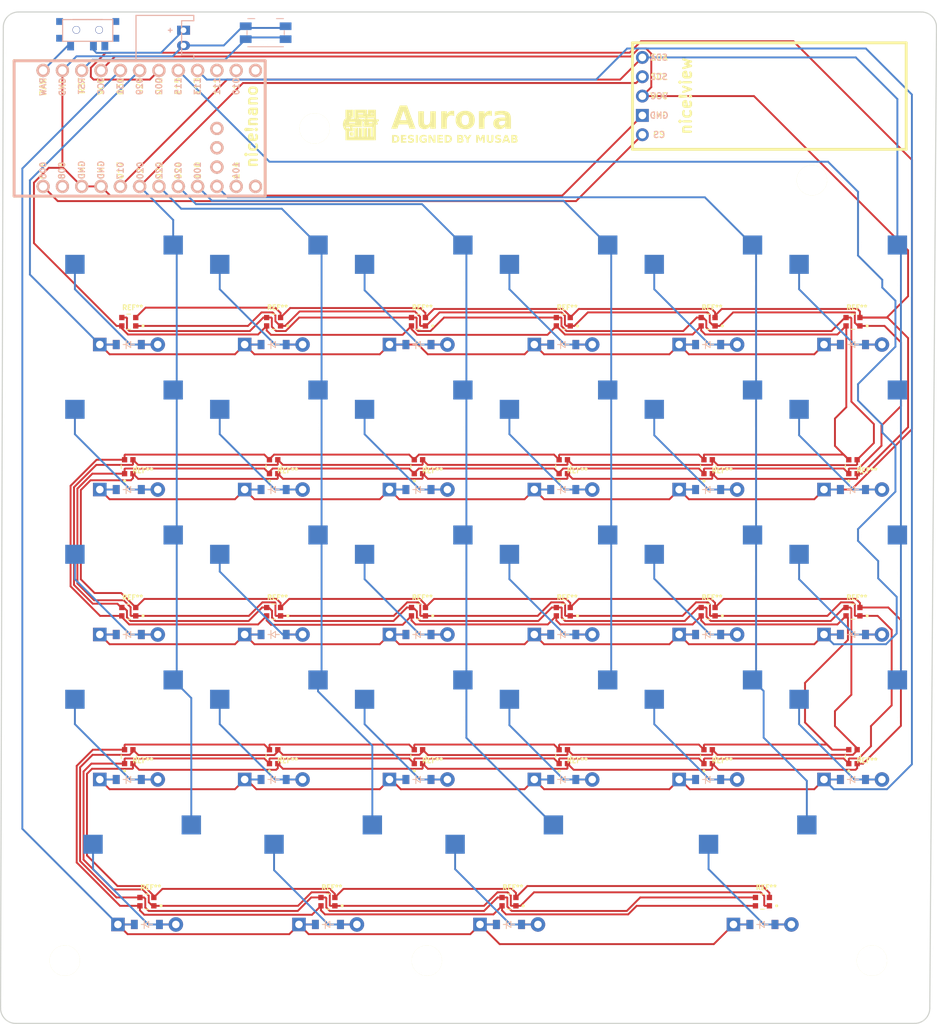
<source format=kicad_pcb>
(kicad_pcb (version 20240108) (generator "pcbnew") (generator_version "8.0")
  (title_block (title "aurora_l") (rev "v1.0.0") (company "Unknown"))
  (layers (0 "F.Cu" signal) (31 "B.Cu" signal) (34 "B.Paste" user) (35 "F.Paste" user) (36 "B.SilkS" user "B.Silkscreen") (37 "F.SilkS" user "F.Silkscreen") (38 "B.Mask" user) (39 "F.Mask" user) (44 "Edge.Cuts" user))
  (net 0 "")
  (net 1 "one_bottom")
  (net 2 "P020")
  (net 3 "one_home")
  (net 4 "one_top")
  (net 5 "one_num")
  (net 6 "two_bottom")
  (net 7 "P022")
  (net 8 "two_home")
  (net 9 "two_top")
  (net 10 "two_num")
  (net 11 "three_bottom")
  (net 12 "P024")
  (net 13 "three_home")
  (net 14 "three_top")
  (net 15 "three_num")
  (net 16 "four_bottom")
  (net 17 "P100")
  (net 18 "four_home")
  (net 19 "four_top")
  (net 20 "four_num")
  (net 21 "five_bottom")
  (net 22 "P011")
  (net 23 "five_home")
  (net 24 "five_top")
  (net 25 "five_num")
  (net 26 "six_bottom")
  (net 27 "P017")
  (net 28 "six_home")
  (net 29 "six_top")
  (net 30 "six_num")
  (net 31 "ctrl_modrow")
  (net 32 "super_modrow")
  (net 33 "alt_modrow")
  (net 34 "space_modrow")
  (net 35 "P113")
  (net 36 "P115")
  (net 37 "P002")
  (net 38 "P029")
  (net 39 "P031")
  (net 40 "P8")
  (net 41 "VCC")
  (net 42 "P15")
  (net 43 "GND")
  (net 44 "RAW")
  (net 45 "RST")
  (net 46 "P111")
  (net 47 "P010")
  (net 48 "P009")
  (net 49 "P006")
  (net 50 "P008")
  (net 51 "P104")
  (net 52 "P106")
  (net 53 "P101")
  (net 54 "P102")
  (net 55 "P107")
  (net 56 "BAT")
  (footprint "E73:SPDT_C128955" (layer "F.Cu") (at 94.6 9.5)
    (property "Reference" "T1" (hide yes))
    (property "Value" "" (hide yes))
  )
  (footprint "Button_Switch_Keyboard:SW_Cherry_MX_2.25u_PCB" (layer "F.Cu") (at 185.891797 113.935078)
    (property "Reference" "REF**" (hide yes))
    (property "Value" "SW_Cherry_MX_2.25u_PCB")
  )
  (footprint "MX" (layer "F.Cu") (at 119.05 42.85)
    (property "Reference" "S8" (hide yes))
    (property "Value" "" (hide yes))
  )
  (footprint "ComboDiode" (layer "F.Cu") (at 138.1 50.85)
    (property "Reference" "D12" (hide yes))
    (property "Value" "" (hide yes))
  )
  (footprint "JST_PH_S2B-PH-K_02x2.00mm_Angled" (layer "F.Cu") (at 107.2 10.55 -90)
    (property "Reference" "JST1" (hide yes))
    (property "Value" "" (hide yes))
  )
  (footprint "HOLE_M2_TH" (layer "F.Cu") (at 139.20625 131.8)
    (property "Reference" "")
    (property "Value" "")
  )
  (footprint "WS2812-2020" (layer "F.Cu") (at 100 66.9 -90)
    (property "Reference" "REF**")
    (property "Value" "WS2812")
  )
  (footprint "WS2812-2020" (layer "F.Cu") (at 176.2 66.9 -90)
    (property "Reference" "REF**")
    (property "Value" "WS2812")
  )
  (footprint "ComboDiode" (layer "F.Cu") (at 100 108)
    (property "Reference" "D1" (hide yes))
    (property "Value" "" (hide yes))
  )
  (footprint "MX" (layer "F.Cu") (at 176.2 42.85)
    (property "Reference" "S20" (hide yes))
    (property "Value" "" (hide yes))
  )
  (footprint "WS2812-2020" (layer "F.Cu") (at 119.05 66.9 -90)
    (property "Reference" "REF**")
    (property "Value" "WS2812")
  )
  (footprint "Panasonic_EVQPUL_EVQPUC" (layer "F.Cu") (at 118 9.87)
    (property "Reference" "B1" (hide yes))
    (property "Value" "Panasonic_EVQPUL_EVQPUC" (hide yes))
  )
  (footprint "MX" (layer "F.Cu") (at 119.05 100)
    (property "Reference" "S5" (hide yes))
    (property "Value" "" (hide yes))
  )
  (footprint "MX" (layer "F.Cu") (at 150.00625 119.05)
    (property "Reference" "S27" (hide yes))
    (property "Value" "" (hide yes))
  )
  (footprint "WS2812-2020" (layer "F.Cu") (at 176.2 47.85)
    (property "Reference" "REF**")
    (property "Value" "WS2812")
  )
  (footprint "MX" (layer "F.Cu") (at 138.1 80.95)
    (property "Reference" "S10" (hide yes))
    (property "Value" "" (hide yes))
  )
  (footprint "ComboDiode" (layer "F.Cu") (at 176.2 108)
    (property "Reference" "D17" (hide yes))
    (property "Value" "" (hide yes))
  )
  (footprint "ComboDiode" (layer "F.Cu") (at 195.25 50.85)
    (property "Reference" "D24" (hide yes))
    (property "Value" "" (hide yes))
  )
  (footprint "MX" (layer "F.Cu") (at 176.2 100)
    (property "Reference" "S17" (hide yes))
    (property "Value" "" (hide yes))
  )
  (footprint "ComboDiode" (layer "F.Cu") (at 176.2 69.9)
    (property "Reference" "D19" (hide yes))
    (property "Value" "" (hide yes))
  )
  (footprint "ComboDiode" (layer "F.Cu") (at 138.1 69.9)
    (property "Reference" "D11" (hide yes))
    (property "Value" "" (hide yes))
  )
  (footprint "WS2812-2020" (layer "F.Cu") (at 150.00625 124.05)
    (property "Reference" "REF**")
    (property "Value" "WS2812")
  )
  (footprint "MX" (layer "F.Cu") (at 195.25 100)
    (property "Reference" "S21" (hide yes))
    (property "Value" "" (hide yes))
  )
  (footprint "WS2812-2020" (layer "F.Cu") (at 138.1 66.9 -90)
    (property "Reference" "REF**")
    (property "Value" "WS2812")
  )
  (footprint "WS2812-2020" (layer "F.Cu") (at 176.2 105 -90)
    (property "Reference" "REF**")
    (property "Value" "WS2812")
  )
  (footprint "ComboDiode" (layer "F.Cu") (at 176.2 50.85)
    (property "Reference" "D20" (hide yes))
    (property "Value" "" (hide yes))
  )
  (footprint "ComboDiode" (layer "F.Cu") (at 119.05 88.95)
    (property "Reference" "D6" (hide yes))
    (property "Value" "" (hide yes))
  )
  (footprint "ComboDiode" (layer "F.Cu") (at 176.2 88.95)
    (property "Reference" "D18" (hide yes))
    (property "Value" "" (hide yes))
  )
  (footprint "WS2812-2020" (layer "F.Cu") (at 157.15 105 -90)
    (property "Reference" "REF**")
    (property "Value" "WS2812")
  )
  (footprint "WS2812-2020" (layer "F.Cu") (at 102.38125 124.05)
    (property "Reference" "REF**")
    (property "Value" "WS2812")
  )
  (footprint "ComboDiode" (layer "F.Cu") (at 195.25 108)
    (property "Reference" "D21" (hide yes))
    (property "Value" "" (hide yes))
  )
  (footprint "WS2812-2020" (layer "F.Cu") (at 176.2 85.95)
    (property "Reference" "REF**")
    (property "Value" "WS2812")
  )
  (footprint "ComboDiode" (layer "F.Cu") (at 183.3415 127.05)
    (property "Reference" "D28" (hide yes))
    (property "Value" "" (hide yes))
  )
  (footprint "WS2812-2020" (layer "F.Cu") (at 138.1 105 -90)
    (property "Reference" "REF**")
    (property "Value" "WS2812")
  )
  (footprint "MX" (layer "F.Cu") (at 176.2 80.95)
    (property "Reference" "S18" (hide yes))
    (property "Value" "" (hide yes))
  )
  (footprint "WS2812-2020" (layer "F.Cu") (at 100 85.95)
    (property "Reference" "REF**")
    (property "Value" "WS2812")
  )
  (footprint "ComboDiode" (layer "F.Cu") (at 157.15 69.9)
    (property "Reference" "D15" (hide yes))
    (property "Value" "" (hide yes))
  )
  (footprint "ComboDiode" (layer "F.Cu") (at 119.05 50.85)
    (property "Reference" "D8" (hide yes))
    (property "Value" "" (hide yes))
  )
  (footprint "MX" (layer "F.Cu") (at 126.19375 119.05)
    (property "Reference" "S26" (hide yes))
    (property "Value" "" (hide yes))
  )
  (footprint "ComboDiode" (layer "F.Cu") (at 195.25 88.95)
    (property "Reference" "D22" (hide yes))
    (property "Value" "" (hide yes))
  )
  (footprint "ComboDiode" (layer "F.Cu") (at 195.25 69.9)
    (property "Reference" "D23" (hide yes))
    (property "Value" "" (hide yes))
  )
  (footprint "WS2812-2020" (layer "F.Cu") (at 195.25 47.85)
    (property "Reference" "REF**")
    (property "Value" "WS2812")
  )
  (footprint "WS2812-2020" (layer "F.Cu") (at 119.05 85.95)
    (property "Reference" "REF**")
    (property "Value" "WS2812")
  )
  (footprint "MX" (layer "F.Cu") (at 100 100)
    (property "Reference" "S1" (hide yes))
    (property "Value" "" (hide yes))
  )
  (footprint "HOLE_M2_TH" (layer "F.Cu") (at 91.58125 131.8)
    (property "Reference" "")
    (property "Value" "")
  )
  (footprint "ComboDiode" (layer "F.Cu") (at 119.05 69.9)
    (property "Reference" "D7" (hide yes))
    (property "Value" "" (hide yes))
  )
  (footprint "lib:niceView_headers" (layer "F.Cu") (at 166.25 18.2)
    (property "Reference" "niceView1" (hide yes))
    (property "Value" "niceView" (hide yes))
  )
  (footprint "ComboDiode" (layer "F.Cu") (at 100 69.9)
    (property "Reference" "D3" (hide yes))
    (property "Value" "" (hide yes))
  )
  (footprint "MX" (layer "F.Cu") (at 195.25 61.9)
    (property "Reference" "S23" (hide yes))
    (property "Value" "" (hide yes))
  )
  (footprint "ComboDiode" (layer "F.Cu") (at 138.1 108)
    (property "Reference" "D9" (hide yes))
    (property "Value" "" (hide yes))
  )
  (footprint "MX" (layer "F.Cu") (at 195.25 80.95)
    (property "Reference" "S22" (hide yes))
    (property "Value" "" (hide yes))
  )
  (footprint "MX" (layer "F.Cu") (at 138.1 42.85)
    (property "Reference" "S12" (hide yes))
    (property "Value" "" (hide yes))
  )
  (footprint "ComboDiode" (layer "F.Cu") (at 102.38125 127.05)
    (property "Reference" "D25" (hide yes))
    (property "Value" "" (hide yes))
  )
  (footprint "WS2812-2020" (layer "F.Cu") (at 119.05 47.85)
    (property "Reference" "REF**")
    (property "Value" "WS2812")
  )
  (footprint "HOLE_M2_TH" (layer "F.Cu") (at 124.45 22.45)
    (property "Reference" "")
    (property "Value" "")
  )
  (footprint "MX" (layer "F.Cu") (at 157.15 100)
    (property "Reference" "S13" (hide yes))
    (property "Value" "" (hide yes))
  )
  (footprint "WS2812-2020" (layer "F.Cu") (at 195.25 66.9 -90)
    (property "Reference" "REF**")
    (property "Value" "WS2812")
  )
  (footprint "ComboDiode" (layer "F.Cu") (at 150.00625 127.05)
    (property "Reference" "D27" (hide yes))
    (property "Value" "" (hide yes))
  )
  (footprint "ComboDiode" (layer "F.Cu") (at 100 88.95)
    (property "Reference" "D2" (hide yes))
    (property "Value" "" (hide yes))
  )
  (footprint "MX" (layer "F.Cu") (at 195.25 42.85)
    (property "Reference" "S24" (hide yes))
    (property "Value" "" (hide yes))
  )
  (footprint "MX" (layer "F.Cu") (at 157.15 80.95)
    (property "Reference" "S14" (hide yes))
    (property "Value" "" (hide yes))
  )
  (footprint "MX" (layer "F.Cu") (at 176.2 61.9)
    (property "Reference" "S19" (hide yes))
    (property "Value" "" (hide yes))
  )
  (footprint "MX" (layer "F.Cu") (at 138.1 61.9)
    (property "Reference" "S11" (hide yes))
    (property "Value" "" (hide yes))
  )
  (footprint "MX" (layer "F.Cu") (at 119.05 80.95)
    (property "Reference" "S6" (hide yes))
    (property "Value" "" (hide yes))
  )
  (footprint "nice_nano" (layer "F.Cu") (at 102.7 22.45)
    (property "Reference" "MCU1" (hide yes))
    (property "Value" "nice_nano" (hide yes))
  )
  (footprint "MX" (layer "F.Cu") (at 183.3415 119.05)
    (property "Reference" "S28" (hide yes))
    (property "Value" "" (hide yes))
  )
  (footprint "ComboDiode" (layer "F.Cu") (at 119.05 108)
    (property "Reference" "D5" (hide yes))
    (property "Value" "" (hide yes))
  )
  (footprint "WS2812-2020" (layer "F.Cu") (at 119.05 105 -90)
    (property "Reference" "REF**")
    (property "Value" "WS2812")
  )
  (footprint "ComboDiode" (layer "F.Cu") (at 138.1 88.95)
    (property "Reference" "D10" (hide yes))
    (property "Value" "" (hide yes))
  )
  (footprint "WS2812-2020" (layer "F.Cu") (at 100 47.85)
    (property "Reference" "REF**")
    (property "Value" "WS2812")
  )
  (footprint "MX" (layer "F.Cu") (at 119.05 61.9)
    (property "Reference" "S7" (hide yes))
    (property "Value" "" (hide yes))
  )
  (footprint "ComboDiode" (layer "F.Cu") (at 157.15 108)
    (property "Reference" "D13" (hide yes))
    (property "Value" "" (hide yes))
  )
  (footprint "WS2812-2020" (layer "F.Cu") (at 138.1 85.95)
    (property "Reference" "REF**")
    (property "Value" "WS2812")
  )
  (footprint "HOLE_M2_TH" (layer "F.Cu") (at 197.7415 131.8)
    (property "Reference" "")
    (property "Value" "")
  )
  (footprint "MX" (layer "F.Cu") (at 100 42.85)
    (property "Reference" "S4" (hide yes))
    (property "Value" "" (hide yes))
  )
  (footprint "WS2812-2020" (layer "F.Cu") (at 183.3415 124.05)
    (property "Reference" "REF**")
    (property "Value" "WS2812")
  )
  (footprint "WS2812-2020" (layer "F.Cu") (at 195.25 85.95)
    (property "Reference" "REF**")
    (property "Value" "WS2812")
  )
  (footprint "WS2812-2020" (layer "F.Cu") (at 138.1 47.85)
    (property "Reference" "REF**")
    (property "Value" "WS2812")
  )
  (footprint "WS2812-2020" (layer "F.Cu") (at 157.15 85.95)
    (property "Reference" "REF**")
    (property "Value" "WS2812")
  )
  (footprint "WS2812-2020" (layer "F.Cu") (at 157.15 47.85)
    (property "Reference" "REF**")
    (property "Value" "WS2812")
  )
  (footprint "WS2812-2020" (layer "F.Cu") (at 157.15 66.9 -90)
    (property "Reference" "REF**")
    (property "Value" "WS2812")
  )
  (footprint "ComboDiode" (layer "F.Cu") (at 157.15 50.85)
    (property "Reference" "D16" (hide yes))
    (property "Value" "" (hide yes))
  )
  (footprint "MX" (layer "F.Cu") (at 100 80.95)
    (property "Reference" "S2" (hide yes))
    (property "Value" "" (hide yes))
  )
  (footprint "WS2812-2020" (layer "F.Cu") (at 100 105 -90)
    (property "Reference" "REF**")
    (property "Value" "WS2812")
  )
  (footprint "MX" (layer "F.Cu") (at 102.38125 119.05)
    (property "Reference" "S25" (hide yes))
    (property "Value" "" (hide yes))
  )
  (footprint "WS2812-2020" (layer "F.Cu") (at 126.19375 124.05)
    (property "Reference" "REF**")
    (property "Value" "WS2812")
  )
  (footprint "Logos:PCB_footprint" (layer "F.Cu") (at 130.5 22)
    (property "Reference" "G***")
    (property "Value" "LOGO" (hide yes))
  )
  (footprint "MX" (layer "F.Cu") (at 157.15 42.85)
    (property "Reference" "S16" (hide yes))
    (property "Value" "" (hide yes))
  )
  (footprint "MX" (layer "F.Cu") (at 100 61.9)
    (property "Reference" "S3" (hide yes))
    (property "Value" "" (hide yes))
  )
  (footprint "MX" (layer "F.Cu") (at 157.15 61.9)
    (property "Reference" "S15" (hide yes))
    (property "Value" "" (hide yes))
  )
  (footprint "WS2812-2020" (layer "F.Cu") (at 195.25 105 -90)
    (property "Reference" "REF**")
    (property "Value" "WS2812")
  )
  (footprint "ComboDiode" (layer "F.Cu") (at 157.15 88.95)
    (property "Reference" "D14" (hide yes))
    (property "Value" "" (hide yes))
  )
  (footprint "HOLE_M2_TH" (layer "F.Cu") (at 189.85 29.25)
    (property "Reference" "")
    (property "Value" "")
  )
  (footprint "MX" (layer "F.Cu") (at 138.1 100)
    (property "Reference" "S9" (hide yes))
    (property "Value" "" (hide yes))
  )
  (footprint "ComboDiode" (layer "F.Cu") (at 100 50.85)
    (property "Reference" "D4" (hide yes))
    (property "Value" "" (hide yes))
  )
  (footprint "ComboDiode" (layer "F.Cu") (at 126.19375 127.05)
    (property "Reference" "D26" (hide yes))
    (property "Value" "" (hide yes))
  )
  (gr_arc (start 83.494466 9.144451) (mid 84.082208 7.733826) (end 85.494458 7.15) (stroke (width 0.15)) (layer "Edge.Cuts"))
  (gr_line (start 206.236235 9.163672) (end 205.355078 138.063672) (stroke (width 0.15)) (layer "Edge.Cuts"))
  (gr_arc (start 85.136807 140.05) (mid 83.720633 139.46225) (end 83.136815 138.044451) (stroke (width 0.15)) (layer "Edge.Cuts"))
  (gr_arc (start 204.236281 7.149999) (mid 205.655321 7.740628) (end 206.236235 9.163672) (stroke (width 0.15)) (layer "Edge.Cuts"))
  (gr_line (start 203.355125 140.05) (end 85.136807 140.05) (stroke (width 0.15)) (layer "Edge.Cuts"))
  (gr_arc (start 205.355078 138.063672) (mid 204.764496 139.469039) (end 203.355125 140.05) (stroke (width 0.15)) (layer "Edge.Cuts"))
  (gr_line (start 83.136815 138.044451) (end 83.494466 9.144451) (stroke (width 0.15)) (layer "Edge.Cuts"))
  (gr_line (start 85.494458 7.15) (end 204.236281 7.15) (stroke (width 0.15)) (layer "Edge.Cuts"))
  (gr_text "DESIGNED BY MUSAB" (at 134.5 24.5 0) (layer "F.SilkS") (effects (font (size 1 1) (thickness 0.2) (bold yes)) (justify left bottom)))
  (gr_text "Aurora" (at 134.5 23 0) (layer "F.SilkS") (effects (font (size 3 3)) (justify left bottom)))
  (segment (start 101.65 108) (end 103.81 108) (width 0.25) (layer "F.Cu") (net 1))
  (segment (start 92.915 100.73) (end 100.185 108) (width 0.25) (layer "B.Cu") (net 1))
  (segment (start 100.185 108) (end 101.65 108) (width 0.25) (layer "B.Cu") (net 1))
  (segment (start 92.915 97.46) (end 92.915 100.73) (width 0.25) (layer "B.Cu") (net 1))
  (segment (start 101.65 108) (end 103.81 108) (width 0.25) (layer "B.Cu") (net 1))
  (segment (start 115.0187 16.4813) (end 101.43 30.07) (width 0.25) (layer "F.Cu") (net 2))
  (segment (start 166.7287 16.4813) (end 115.0187 16.4813) (width 0.25) (layer "F.Cu") (net 2))
  (segment (start 167.55 15.66) (end 166.7287 16.4813) (width 0.25) (layer "F.Cu") (net 2))
  (segment (start 108.22325 97.30125) (end 105.842 94.92) (width 0.25) (layer "B.Cu") (net 2))
  (segment (start 106.3059 56.3561) (end 106.3059 38.2339) (width 0.25) (layer "B.Cu") (net 2))
  (segment (start 105.842 34.482) (end 101.43 30.07) (width 0.25) (layer "B.Cu") (net 2))
  (segment (start 105.842 75.87) (end 106.3059 75.4061) (width 0.25) (layer "B.Cu") (net 2))
  (segment (start 108.22325 113.97) (end 108.22325 97.30125) (width 0.25) (layer "B.Cu") (net 2))
  (segment (start 105.842 94.92) (end 106.3059 94.4561) (width 0.25) (layer "B.Cu") (net 2))
  (segment (start 105.842 37.77) (end 105.842 34.482) (width 0.25) (layer "B.Cu") (net 2))
  (segment (start 105.842 56.82) (end 106.3059 56.3561) (width 0.25) (layer "B.Cu") (net 2))
  (segment (start 106.3059 38.2339) (end 105.842 37.77) (width 0.25) (layer "B.Cu") (net 2))
  (segment (start 106.3059 57.2839) (end 105.842 56.82) (width 0.25) (layer "B.Cu") (net 2))
  (segment (start 106.3059 76.3339) (end 105.842 75.87) (width 0.25) (layer "B.Cu") (net 2))
  (segment (start 106.3059 94.4561) (end 106.3059 76.3339) (width 0.25) (layer "B.Cu") (net 2))
  (segment (start 106.3059 75.4061) (end 106.3059 57.2839) (width 0.25) (layer "B.Cu") (net 2))
  (segment (start 101.65 88.95) (end 103.81 88.95) (width 0.25) (layer "F.Cu") (net 3))
  (segment (start 92.915 81.68) (end 100.185 88.95) (width 0.25) (layer "B.Cu") (net 3))
  (segment (start 92.915 78.41) (end 92.915 81.68) (width 0.25) (layer "B.Cu") (net 3))
  (segment (start 101.65 88.95) (end 103.81 88.95) (width 0.25) (layer "B.Cu") (net 3))
  (segment (start 100.185 88.95) (end 101.65 88.95) (width 0.25) (layer "B.Cu") (net 3))
  (segment (start 101.65 69.9) (end 103.81 69.9) (width 0.25) (layer "F.Cu") (net 4))
  (segment (start 101.65 69.9) (end 103.81 69.9) (width 0.25) (layer "B.Cu") (net 4))
  (segment (start 92.915 62.63) (end 100.185 69.9) (width 0.25) (layer "B.Cu") (net 4))
  (segment (start 92.915 59.36) (end 92.915 62.63) (width 0.25) (layer "B.Cu") (net 4))
  (segment (start 100.185 69.9) (end 101.65 69.9) (width 0.25) (layer "B.Cu") (net 4))
  (segment (start 101.65 50.85) (end 103.81 50.85) (width 0.25) (layer "F.Cu") (net 5))
  (segment (start 100.185 50.85) (end 101.65 50.85) (width 0.25) (layer "B.Cu") (net 5))
  (segment (start 101.65 50.85) (end 103.81 50.85) (width 0.25) (layer "B.Cu") (net 5))
  (segment (start 92.915 40.31) (end 92.915 43.58) (width 0.25) (layer "B.Cu") (net 5))
  (segment (start 92.915 43.58) (end 100.185 50.85) (width 0.25) (layer "B.Cu") (net 5))
  (segment (start 120.7 108) (end 122.86 108) (width 0.25) (layer "F.Cu") (net 6))
  (segment (start 120.7 108) (end 122.86 108) (width 0.25) (layer "B.Cu") (net 6))
  (segment (start 111.965 100.73) (end 119.235 108) (width 0.25) (layer "B.Cu") (net 6))
  (segment (start 111.965 97.46) (end 111.965 100.73) (width 0.25) (layer "B.Cu") (net 6))
  (segment (start 119.235 108) (end 120.7 108) (width 0.25) (layer "B.Cu") (net 6))
  (segment (start 125.3559 75.4061) (end 124.892 75.87) (width 0.25) (layer "B.Cu") (net 7))
  (segment (start 124.892 96.42) (end 132.03575 103.56375) (width 0.25) (layer "B.Cu") (net 7))
  (segment (start 125.3559 94.4561) (end 124.892 94.92) (width 0.25) (layer "B.Cu") (net 7))
  (segment (start 124.892 56.82) (end 125.3559 57.2839) (width 0.25) (layer "B.Cu") (net 7))
  (segment (start 125.3559 57.2839) (end 125.3559 75.4061) (width 0.25) (layer "B.Cu") (net 7))
  (segment (start 124.892 56.82) (end 125.3559 56.3561) (width 0.25) (layer "B.Cu") (net 7))
  (segment (start 106.9 33) (end 120.122 33) (width 0.25) (layer "B.Cu") (net 7))
  (segment (start 125.3559 56.3561) (end 125.3559 38.2339) (width 0.25) (layer "B.Cu") (net 7))
  (segment (start 124.892 75.87) (end 125.3559 76.3339) (width 0.25) (layer "B.Cu") (net 7))
  (segment (start 120.122 33) (end 124.892 37.77) (width 0.25) (layer "B.Cu") (net 7))
  (segment (start 103.97 30.07) (end 106.9 33) (width 0.25) (layer "B.Cu") (net 7))
  (segment (start 132.03575 103.56375) (end 132.03575 113.97) (width 0.25) (layer "B.Cu") (net 7))
  (segment (start 124.892 94.92) (end 124.892 96.42) (width 0.25) (layer "B.Cu") (net 7))
  (segment (start 125.3559 38.2339) (end 124.892 37.77) (width 0.25) (layer "B.Cu") (net 7))
  (segment (start 125.3559 76.3339) (end 125.3559 94.4561) (width 0.25) (layer "B.Cu") (net 7))
  (segment (start 120.7 88.95) (end 122.86 88.95) (width 0.25) (layer "F.Cu") (net 8))
  (segment (start 120.236316 88.95) (end 120.7 88.95) (width 0.25) (layer "B.Cu") (net 8))
  (segment (start 111.965 78.41) (end 111.965 80.678684) (width 0.25) (layer "B.Cu") (net 8))
  (segment (start 120.7 88.95) (end 122.86 88.95) (width 0.25) (layer "B.Cu") (net 8))
  (segment (start 111.965 80.678684) (end 120.236316 88.95) (width 0.25) (layer "B.Cu") (net 8))
  (segment (start 120.7 69.9) (end 122.86 69.9) (width 0.25) (layer "F.Cu") (net 9))
  (segment (start 119.235 69.9) (end 120.7 69.9) (width 0.25) (layer "B.Cu") (net 9))
  (segment (start 111.965 59.36) (end 111.965 62.63) (width 0.25) (layer "B.Cu") (net 9))
  (segment (start 111.965 62.63) (end 119.235 69.9) (width 0.25) (layer "B.Cu") (net 9))
  (segment (start 120.7 69.9) (end 122.86 69.9) (width 0.25) (layer "B.Cu") (net 9))
  (segment (start 120.7 50.85) (end 122.86 50.85) (width 0.25) (layer "F.Cu") (net 10))
  (segment (start 119.235 50.85) (end 120.7 50.85) (width 0.25) (layer "B.Cu") (net 10))
  (segment (start 111.965 40.31) (end 111.965 43.58) (width 0.25) (layer "B.Cu") (net 10))
  (segment (start 111.965 43.58) (end 119.235 50.85) (width 0.25) (layer "B.Cu") (net 10))
  (segment (start 120.7 50.85) (end 122.86 50.85) (width 0.25) (layer "B.Cu") (net 10))
  (segment (start 141.91 108) (end 139.75 108) (width 0.25) (layer "F.Cu") (net 11))
  (segment (start 138.285 108) (end 139.75 108) (width 0.25) (layer "B.Cu") (net 11))
  (segment (start 131.015 100.73) (end 138.285 108) (width 0.25) (layer "B.Cu") (net 11))
  (segment (start 131.015 97.46) (end 131.015 100.73) (width 0.25) (layer "B.Cu") (net 11))
  (segment (start 139.75 108) (end 141.91 108) (width 0.25) (layer "B.Cu") (net 11))
  (segment (start 144.4059 94.4561) (end 143.942 94.92) (width 0.25) (layer "B.Cu") (net 12))
  (segment (start 144.4059 102.52765) (end 144.4059 95.3839) (width 0.25) (layer "B.Cu") (net 12))
  (segment (start 144.4059 95.3839) (end 143.942 94.92) (width 0.25) (layer "B.Cu") (net 12))
  (segment (start 106.51 30.07) (end 108.84 32.4) (width 0.25) (layer "B.Cu") (net 12))
  (segment (start 144.4059 57.2839) (end 143.942 56.82) (width 0.25) (layer "B.Cu") (net 12))
  (segment (start 143.942 75.87) (end 144.4059 76.3339) (width 0.25) (layer "B.Cu") (net 12))
  (segment (start 138.572 32.4) (end 143.942 37.77) (width 0.25) (layer "B.Cu") (net 12))
  (segment (start 144.4059 75.4061) (end 144.4059 57.2839) (width 0.25) (layer "B.Cu") (net 12))
  (segment (start 144.4059 56.3561) (end 144.4059 38.2339) (width 0.25) (layer "B.Cu") (net 12))
  (segment (start 143.942 75.87) (end 144.4059 75.4061) (width 0.25) (layer "B.Cu") (net 12))
  (segment (start 144.4059 38.2339) (end 143.942 37.77) (width 0.25) (layer "B.Cu") (net 12))
  (segment (start 144.4059 76.3339) (end 144.4059 94.4561) (width 0.25) (layer "B.Cu") (net 12))
  (segment (start 143.942 56.82) (end 144.4059 56.3561) (width 0.25) (layer "B.Cu") (net 12))
  (segment (start 155.84825 113.97) (end 144.4059 102.52765) (width 0.25) (layer "B.Cu") (net 12))
  (segment (start 108.84 32.4) (end 138.572 32.4) (width 0.25) (layer "B.Cu") (net 12))
  (segment (start 139.75 88.95) (end 141.91 88.95) (width 0.25) (layer "F.Cu") (net 13))
  (segment (start 139.75 88.95) (end 141.91 88.95) (width 0.25) (layer "B.Cu") (net 13))
  (segment (start 138.285 88.95) (end 139.75 88.95) (width 0.25) (layer "B.Cu") (net 13))
  (segment (start 131.015 81.68) (end 138.285 88.95) (width 0.25) (layer "B.Cu") (net 13))
  (segment (start 131.015 78.41) (end 131.015 81.68) (width 0.25) (layer "B.Cu") (net 13))
  (segment (start 139.75 69.9) (end 141.91 69.9) (width 0.25) (layer "F.Cu") (net 14))
  (segment (start 138.285 69.9) (end 139.75 69.9) (width 0.25) (layer "B.Cu") (net 14))
  (segment (start 139.75 69.9) (end 141.91 69.9) (width 0.25) (layer "B.Cu") (net 14))
  (segment (start 131.015 59.36) (end 131.015 62.63) (width 0.25) (layer "B.Cu") (net 14))
  (segment (start 131.015 62.63) (end 138.285 69.9) (width 0.25) (layer "B.Cu") (net 14))
  (segment (start 139.75 50.85) (end 141.91 50.85) (width 0.25) (layer "F.Cu") (net 15))
  (segment (start 139.75 50.85) (end 141.91 50.85) (width 0.25) (layer "B.Cu") (net 15))
  (segment (start 131.015 40.31) (end 131.015 43.715) (width 0.25) (layer "B.Cu") (net 15))
  (segment (start 138.15 50.85) (end 139.75 50.85) (width 0.25) (layer "B.Cu") (net 15))
  (segment (start 131.015 43.715) (end 138.15 50.85) (width 0.25) (layer "B.Cu") (net 15))
  (segment (start 158.8 108) (end 160.96 108) (width 0.25) (layer "F.Cu") (net 16))
  (segment (start 150.065 97.46) (end 150.065 100.865) (width 0.25) (layer "B.Cu") (net 16))
  (segment (start 157.2 108) (end 158.8 108) (width 0.25) (layer "B.Cu") (net 16))
  (segment (start 150.065 100.865) (end 157.2 108) (width 0.25) (layer "B.Cu") (net 16))
  (segment (start 158.8 108) (end 160.96 108) (width 0.25) (layer "B.Cu") (net 16))
  (segment (start 163.4559 94.4561) (end 162.992 94.92) (width 0.25) (layer "B.Cu") (net 17))
  (segment (start 163.4559 76.3339) (end 163.4559 94.4561) (width 0.25) (layer "B.Cu") (net 17))
  (segment (start 163.4559 56.3561) (end 162.992 56.82) (width 0.25) (layer "B.Cu") (net 17))
  (segment (start 162.992 37.77) (end 163.4559 38.2339) (width 0.25) (layer "B.Cu") (net 17))
  (segment (start 162.992 75.87) (end 163.4559 76.3339) (width 0.25) (layer "B.Cu") (net 17))
  (segment (start 163.4559 38.2339) (end 163.4559 56.3561) (width 0.25) (layer "B.Cu") (net 17))
  (segment (start 110.93 31.95) (end 157.172 31.95) (width 0.25) (layer "B.Cu") (net 17))
  (segment (start 163.4559 75.4061) (end 162.992 75.87) (width 0.25) (layer "B.Cu") (net 17))
  (segment (start 157.172 31.95) (end 162.992 37.77) (width 0.25) (layer "B.Cu") (net 17))
  (segment (start 162.992 56.82) (end 163.4559 57.2839) (width 0.25) (layer "B.Cu") (net 17))
  (segment (start 109.05 30.07) (end 110.93 31.95) (width 0.25) (layer "B.Cu") (net 17))
  (segment (start 163.4559 57.2839) (end 163.4559 75.4061) (width 0.25) (layer "B.Cu") (net 17))
  (segment (start 158.8 88.95) (end 160.96 88.95) (width 0.25) (layer "F.Cu") (net 18))
  (segment (start 150.065 81.68) (end 157.335 88.95) (width 0.25) (layer "B.Cu") (net 18))
  (segment (start 158.8 88.95) (end 160.96 88.95) (width 0.25) (layer "B.Cu") (net 18))
  (segment (start 150.065 78.41) (end 150.065 81.68) (width 0.25) (layer "B.Cu") (net 18))
  (segment (start 157.335 88.95) (end 158.8 88.95) (width 0.25) (layer "B.Cu") (net 18))
  (segment (start 158.8 69.9) (end 160.96 69.9) (width 0.25) (layer "F.Cu") (net 19))
  (segment (start 157.335 69.9) (end 158.8 69.9) (width 0.25) (layer "B.Cu") (net 19))
  (segment (start 150.065 59.36) (end 150.065 62.63) (width 0.25) (layer "B.Cu") (net 19))
  (segment (start 158.8 69.9) (end 160.96 69.9) (width 0.25) (layer "B.Cu") (net 19))
  (segment (start 150.065 62.63) (end 157.335 69.9) (width 0.25) (layer "B.Cu") (net 19))
  (segment (start 158.8 50.85) (end 160.96 50.85) (width 0.25) (layer "F.Cu") (net 20))
  (segment (start 157.335 50.85) (end 158.8 50.85) (width 0.25) (layer "B.Cu") (net 20))
  (segment (start 150.065 43.58) (end 157.335 50.85) (width 0.25) (layer "B.Cu") (net 20))
  (segment (start 150.065 40.31) (end 150.065 43.58) (width 0.25) (layer "B.Cu") (net 20))
  (segment (start 158.8 50.85) (end 160.96 50.85) (width 0.25) (layer "B.Cu") (net 20))
  (segment (start 177.85 108) (end 180.01 108) (width 0.25) (layer "F.Cu") (net 21))
  (segment (start 177.85 108) (end 180.01 108) (width 0.25) (layer "B.Cu") (net 21))
  (segment (start 169.115 100.73) (end 176.385 108) (width 0.25) (layer "B.Cu") (net 21))
  (segment (start 169.115 97.46) (end 169.115 100.73) (width 0.25) (layer "B.Cu") (net 21))
  (segment (start 176.385 108) (end 177.85 108) (width 0.25) (layer "B.Cu") (net 21))
  (segment (start 182.5059 57.2839) (end 182.042 56.82) (width 0.25) (layer "B.Cu") (net 22))
  (segment (start 182.042 94.92) (end 182.5059 94.4561) (width 0.25) (layer "B.Cu") (net 22))
  (segment (start 182.5059 38.2339) (end 182.5059 56.3561) (width 0.25) (layer "B.Cu") (net 22))
  (segment (start 189.1835 113.97) (end 189.1835 108.1835) (width 0.25) (layer "B.Cu") (net 22))
  (segment (start 113.02 31.5) (end 175.772 31.5) (width 0.25) (layer "B.Cu") (net 22))
  (segment (start 182.5059 56.3561) (end 182.042 56.82) (width 0.25) (layer "B.Cu") (net 22))
  (segment (start 182.042 37.77) (end 182.5059 38.2339) (width 0.25) (layer "B.Cu") (net 22))
  (segment (start 182.5059 76.3339) (end 182.042 75.87) (width 0.25) (layer "B.Cu") (net 22))
  (segment (start 182.5059 75.4061) (end 182.5059 57.2839) (width 0.25) (layer "B.Cu") (net 22))
  (segment (start 182.042 75.87) (end 182.5059 75.4061) (width 0.25) (layer "B.Cu") (net 22))
  (segment (start 189.1835 108.1835) (end 183.5 102.5) (width 0.25) (layer "B.Cu") (net 22))
  (segment (start 183.5 96.378) (end 182.042 94.92) (width 0.25) (layer "B.Cu") (net 22))
  (segment (start 175.772 31.5) (end 182.042 37.77) (width 0.25) (layer "B.Cu") (net 22))
  (segment (start 182.5059 94.4561) (end 182.5059 76.3339) (width 0.25) (layer "B.Cu") (net 22))
  (segment (start 183.5 102.5) (end 183.5 96.378) (width 0.25) (layer "B.Cu") (net 22))
  (segment (start 111.59 30.07) (end 113.02 31.5) (width 0.25) (layer "B.Cu") (net 22))
  (segment (start 177.85 88.95) (end 180.01 88.95) (width 0.25) (layer "F.Cu") (net 23))
  (segment (start 169.115 78.41) (end 169.115 81.615) (width 0.25) (layer "B.Cu") (net 23))
  (segment (start 176.45 88.95) (end 177.85 88.95) (width 0.25) (layer "B.Cu") (net 23))
  (segment (start 177.85 88.95) (end 180.01 88.95) (width 0.25) (layer "B.Cu") (net 23))
  (segment (start 169.115 81.615) (end 176.45 88.95) (width 0.25) (layer "B.Cu") (net 23))
  (segment (start 177.85 69.9) (end 180.01 69.9) (width 0.25) (layer "F.Cu") (net 24))
  (segment (start 169.115 59.36) (end 169.115 62.765) (width 0.25) (layer "B.Cu") (net 24))
  (segment (start 177.85 69.9) (end 180.01 69.9) (width 0.25) (layer "B.Cu") (net 24))
  (segment (start 176.25 69.9) (end 177.85 69.9) (width 0.25) (layer "B.Cu") (net 24))
  (segment (start 169.115 62.765) (end 176.25 69.9) (width 0.25) (layer "B.Cu") (net 24))
  (segment (start 177.85 50.85) (end 180.01 50.85) (width 0.25) (layer "F.Cu") (net 25))
  (segment (start 169.115 43.58) (end 176.385 50.85) (width 0.25) (layer "B.Cu") (net 25))
  (segment (start 176.385 50.85) (end 177.85 50.85) (width 0.25) (layer "B.Cu") (net 25))
  (segment (start 169.115 40.31) (end 169.115 43.58) (width 0.25) (layer "B.Cu") (net 25))
  (segment (start 177.85 50.85) (end 180.01 50.85) (width 0.25) (layer "B.Cu") (net 25))
  (segment (start 196.9 108) (end 199.06 108) (width 0.25) (layer "F.Cu") (net 26))
  (segment (start 188.165 100.73) (end 195.435 108) (width 0.25) (layer "B.Cu") (net 26))
  (segment (start 195.435 108) (end 196.9 108) (width 0.25) (layer "B.Cu") (net 26))
  (segment (start 196.9 108) (end 199.06 108) (width 0.25) (layer "B.Cu") (net 26))
  (segment (start 188.165 97.46) (end 188.165 100.73) (width 0.25) (layer "B.Cu") (net 26))
  (segment (start 112.9287 16.0313) (end 98.89 30.07) (width 0.25) (layer "F.Cu") (net 27))
  (segment (start 167.55 13.12) (end 164.6387 16.0313) (width 0.25) (layer "F.Cu") (net 27))
  (segment (start 164.6387 16.0313) (end 112.9287 16.0313) (width 0.25) (layer "F.Cu") (net 27))
  (segment (start 201.5559 38.2339) (end 201.5559 56.3561) (width 0.25) (layer "B.Cu") (net 27))
  (segment (start 167.55 13.12) (end 195.62 13.12) (width 0.25) (layer "B.Cu") (net 27))
  (segment (start 201.092 75.87) (end 201.5559 76.3339) (width 0.25) (layer "B.Cu") (net 27))
  (segment (start 201.5559 56.3561) (end 201.092 56.82) (width 0.25) (layer "B.Cu") (net 27))
  (segment (start 201.092 18.592) (end 201.092 37.77) (width 0.25) (layer "B.Cu") (net 27))
  (segment (start 201.5559 57.2839) (end 201.5559 75.4061) (width 0.25) (layer "B.Cu") (net 27))
  (segment (start 201.5559 76.3339) (end 201.5559 94.4561) (width 0.25) (layer "B.Cu") (net 27))
  (segment (start 201.5559 94.4561) (end 201.092 94.92) (width 0.25) (layer "B.Cu") (net 27))
  (segment (start 195.62 13.12) (end 201.092 18.592) (width 0.25) (layer "B.Cu") (net 27))
  (segment (start 201.092 37.77) (end 201.5559 38.2339) (width 0.25) (layer "B.Cu") (net 27))
  (segment (start 201.092 56.82) (end 201.5559 57.2839) (width 0.25) (layer "B.Cu") (net 27))
  (segment (start 201.5559 75.4061) (end 201.092 75.87) (width 0.25) (layer "B.Cu") (net 27))
  (segment (start 196.9 88.95) (end 199.06 88.95) (width 0.25) (layer "F.Cu") (net 28))
  (segment (start 196.9 88.95) (end 199.06 88.95) (width 0.25) (layer "B.Cu") (net 28))
  (segment (start 188.165 78.41) (end 188.165 81.68) (width 0.25) (layer "B.Cu") (net 28))
  (segment (start 195.435 88.95) (end 196.9 88.95) (width 0.25) (layer "B.Cu") (net 28))
  (segment (start 188.165 81.68) (end 195.435 88.95) (width 0.25) (layer "B.Cu") (net 28))
  (segment (start 196.9 69.9) (end 199.06 69.9) (width 0.25) (layer "F.Cu") (net 29))
  (segment (start 195.3 69.9) (end 196.9 69.9) (width 0.25) (layer "B.Cu") (net 29))
  (segment (start 188.165 62.765) (end 195.3 69.9) (width 0.25) (layer "B.Cu") (net 29))
  (segment (start 196.9 69.9) (end 199.06 69.9) (width 0.25) (layer "B.Cu") (net 29))
  (segment (start 188.165 59.36) (end 188.165 62.765) (width 0.25) (layer "B.Cu") (net 29))
  (segment (start 196.9 50.85) (end 199.06 50.85) (width 0.25) (layer "F.Cu") (net 30))
  (segment (start 188.165 40.31) (end 188.165 43.58) (width 0.25) (layer "B.Cu") (net 30))
  (segment (start 196.9 50.85) (end 199.06 50.85) (width 0.25) (layer "B.Cu") (net 30))
  (segment (start 188.165 43.58) (end 195.435 50.85) (width 0.25) (layer "B.Cu") (net 30))
  (segment (start 195.435 50.85) (end 196.9 50.85) (width 0.25) (layer "B.Cu") (net 30))
  (segment (start 104.03125 127.05) (end 106.19125 127.05) (width 0.25) (layer "F.Cu") (net 31))
  (segment (start 104.03125 127.05) (end 106.19125 127.05) (width 0.25) (layer "B.Cu") (net 31))
  (segment (start 102.56625 127.05) (end 104.03125 127.05) (width 0.25) (layer "B.Cu") (net 31))
  (segment (start 95.29625 119.78) (end 102.56625 127.05) (width 0.25) (layer "B.Cu") (net 31))
  (segment (start 95.29625 116.51) (end 95.29625 119.78) (width 0.25) (layer "B.Cu") (net 31))
  (segment (start 127.84375 127.05) (end 130.00375 127.05) (width 0.25) (layer "F.Cu") (net 32))
  (segment (start 119.10875 116.51) (end 119.10875 119.915) (width 0.25) (layer "B.Cu") (net 32))
  (segment (start 126.24375 127.05) (end 127.84375 127.05) (width 0.25) (layer "B.Cu") (net 32))
  (segment (start 127.84375 127.05) (end 130.00375 127.05) (width 0.25) (layer "B.Cu") (net 32))
  (segment (start 119.10875 119.915) (end 126.24375 127.05) (width 0.25) (layer "B.Cu") (net 32))
  (segment (start 151.65625 127.05) (end 153.81625 127.05) (width 0.25) (layer "F.Cu") (net 33))
  (segment (start 142.92125 116.51) (end 142.92125 119.78) (width 0.25) (layer "B.Cu") (net 33))
  (segment (start 150.19125 127.05) (end 151.65625 127.05) (width 0.25) (layer "B.Cu") (net 33))
  (segment (start 153.81625 127.05) (end 151.65625 127.05) (width 0.25) (layer "B.Cu") (net 33))
  (segment (start 142.92125 119.78) (end 150.19125 127.05) (width 0.25) (layer "B.Cu") (net 33))
  (segment (start 184.9915 127.05) (end 187.1515 127.05) (width 0.25) (layer "F.Cu") (net 34))
  (segment (start 183.5265 127.05) (end 184.9915 127.05) (width 0.25) (layer "B.Cu") (net 34))
  (segment (start 176.2565 119.78) (end 183.5265 127.05) (width 0.25) (layer "B.Cu") (net 34))
  (segment (start 184.9915 127.05) (end 187.1515 127.05) (width 0.25) (layer "B.Cu") (net 34))
  (segment (start 176.2565 116.51) (end 176.2565 119.78) (width 0.25) (layer "B.Cu") (net 34))
  (segment (start 97.4675 109.2775) (end 113.9625 109.2775) (width 0.25) (layer "F.Cu") (net 35))
  (segment (start 191.44 108) (end 193.6 108) (width 0.25) (layer "F.Cu") (net 35))
  (segment (start 116.7775 109.2775) (end 133.0125 109.2775) (width 0.25) (layer "F.Cu") (net 35))
  (segment (start 152.0625 109.2775) (end 153.34 108) (width 0.25) (layer "F.Cu") (net 35))
  (segment (start 134.29 108) (end 136.45 108) (width 0.25) (layer "F.Cu") (net 35))
  (segment (start 154.6175 109.2775) (end 171.1125 109.2775) (width 0.25) (layer "F.Cu") (net 35))
  (segment (start 96.19 108) (end 97.4675 109.2775) (width 0.25) (layer "F.Cu") (net 35))
  (segment (start 134.29 108) (end 134.5 108) (width 0.25) (layer "F.Cu") (net 35))
  (segment (start 134.5 108) (end 135.7775 109.2775) (width 0.25) (layer "F.Cu") (net 35))
  (segment (start 113.9625 109.2775) (end 115.24 108) (width 0.25) (layer "F.Cu") (net 35))
  (segment (start 172.5 108) (end 173.7775 109.2775) (width 0.25) (layer "F.Cu") (net 35))
  (segment (start 190.1625 109.2775) (end 191.44 108) (width 0.25) (layer "F.Cu") (net 35))
  (segment (start 173.7775 109.2775) (end 190.1625 109.2775) (width 0.25) (layer "F.Cu") (net 35))
  (segment (start 115.24 108) (end 115.5 108) (width 0.25) (layer "F.Cu") (net 35))
  (segment (start 133.0125 109.2775) (end 134.29 108) (width 0.25) (layer "F.Cu") (net 35))
  (segment (start 172.39 108) (end 174.55 108) (width 0.25) (layer "F.Cu") (net 35))
  (segment (start 153.34 108) (end 154.6175 109.2775) (width 0.25) (layer "F.Cu") (net 35))
  (segment (start 153.34 108) (end 155.5 108) (width 0.25) (layer "F.Cu") (net 35))
  (segment (start 135.7775 109.2775) (end 152.0625 109.2775) (width 0.25) (layer "F.Cu") (net 35))
  (segment (start 171.1125 109.2775) (end 172.39 108) (width 0.25) (layer "F.Cu") (net 35))
  (segment (start 172.39 108) (end 172.5 108) (width 0.25) (layer "F.Cu") (net 35))
  (segment (start 115.5 108) (end 116.7775 109.2775) (width 0.25) (layer "F.Cu") (net 35))
  (segment (start 115.24 108) (end 117.4 108) (width 0.25) (layer "F.Cu") (net 35))
  (segment (start 96.19 108) (end 98.35 108) (width 0.25) (layer "F.Cu") (net 35))
  (segment (start 193.6 108) (end 191.44 108) (width 0.25) (layer "B.Cu") (net 35))
  (segment (start 192.7175 109.2775) (end 199.7225 109.2775) (width 0.25) (layer "B.Cu") (net 35))
  (segment (start 191.44 108) (end 192.7175 109.2775) (width 0.25) (layer "B.Cu") (net 35))
  (segment (start 98.35 108) (end 96.19 108) (width 0.25) (layer "B.Cu") (net 35))
  (segment (start 153.34 108) (end 155.5 108) (width 0.25) (layer "B.Cu") (net 35))
  (segment (start 110.2513 16.0313) (end 109.05 14.83) (width 0.25) (layer "B.Cu") (net 35))
  (segment (start 161.4687 16.0313) (end 110.2513 16.0313) (width 0.25) (layer "B.Cu") (net 35))
  (segment (start 165.555 11.945) (end 161.4687 16.0313) (width 0.25) (layer "B.Cu") (net 35))
  (segment (start 196.945 11.945) (end 165.555 11.945) (width 0.25) (layer "B.Cu") (net 35))
  (segment (start 172.39 108) (end 174.55 108) (width 0.25) (layer "B.Cu") (net 35))
  (segment (start 203 18) (end 196.945 11.945) (width 0.25) (layer "B.Cu") (net 35))
  (segment (start 199.7225 109.2775) (end 203 106) (width 0.25) (layer "B.Cu") (net 35))
  (segment (start 203 106) (end 203 18) (width 0.25) (layer "B.Cu") (net 35))
  (segment (start 136.45 108) (end 134.29 108) (width 0.25) (layer "B.Cu") (net 35))
  (segment (start 117.4 108) (end 115.24 108) (width 0.25) (layer "B.Cu") (net 35))
  (segment (start 113.9625 90.2275) (end 115.24 88.95) (width 0.25) (layer "F.Cu") (net 36))
  (segment (start 136.45 88.95) (end 134.29 88.95) (width 0.25) (layer "F.Cu") (net 36))
  (segment (start 133.0125 90.2275) (end 116.5175 90.2275) (width 0.25) (layer "F.Cu") (net 36))
  (segment (start 96.19 88.95) (end 97.4675 90.2275) (width 0.25) (layer "F.Cu") (net 36))
  (segment (start 116.5175 90.2275) (end 115.24 88.95) (width 0.25) (layer "F.Cu") (net 36))
  (segment (start 172.39 88.95) (end 171.1125 90.2275) (width 0.25) (layer "F.Cu") (net 36))
  (segment (start 174.55 88.95) (end 172.39 88.95) (width 0.25) (layer "F.Cu") (net 36))
  (segment (start 134.29 88.95) (end 133.0125 90.2275) (width 0.25) (layer "F.Cu") (net 36))
  (segment (start 171.1125 90.2275) (end 154.6175 90.2275) (width 0.25) (layer "F.Cu") (net 36))
  (segment (start 98.35 88.95) (end 96.19 88.95) (width 0.25) (layer "F.Cu") (net 36))
  (segment (start 155.5 88.95) (end 153.34 88.95) (width 0.25) (layer "F.Cu") (net 36))
  (segment (start 190.1625 90.2275) (end 173.6675 90.2275) (width 0.25) (layer "F.Cu") (net 36))
  (segment (start 117.4 88.95) (end 115.24 88.95) (width 0.25) (layer "F.Cu") (net 36))
  (segment (start 191.44 88.95) (end 190.1625 90.2275) (width 0.25) (layer "F.Cu") (net 36))
  (segment (start 135.5675 90.2275) (end 134.29 88.95) (width 0.25) (layer "F.Cu") (net 36))
  (segment (start 152.0625 90.2275) (end 135.5675 90.2275) (width 0.25) (layer "F.Cu") (net 36))
  (segment (start 154.6175 90.2275) (end 153.34 88.95) (width 0.25) (layer "F.Cu") (net 36))
  (segment (start 97.4675 90.2275) (end 113.9625 90.2275) (width 0.25) (layer "F.Cu") (net 36))
  (segment (start 153.34 88.95) (end 152.0625 90.2275) (width 0.25) (layer "F.Cu") (net 36))
  (segment (start 173.6675 90.2275) (end 172.39 88.95) (width 0.25) (layer "F.Cu") (net 36))
  (segment (start 193.6 88.95) (end 191.44 88.95) (width 0.25) (layer "F.Cu") (net 36))
  (segment (start 191.967 26.825) (end 195.915 30.773) (width 0.25) (layer "B.Cu") (net 36))
  (segment (start 198.56665 79.2983) (end 198.56665 81.56665) (width 0.25) (layer "B.Cu") (net 36))
  (segment (start 199.1041 62.407784) (end 200.837784 64.141468) (width 0.25) (layer "B.Cu") (net 36))
  (segment (start 200.837784 45.091468) (end 200.837784 51.120566) (width 0.25) (layer "B.Cu") (net 36))
  (segment (start 195.915 39.153116) (end 199.1041 42.342216) (width 0.25) (layer "B.Cu") (net 36))
  (segment (start 115.24 88.95) (end 117.4 88.95) (width 0.25) (layer "B.Cu") (net 36))
  (segment (start 192.7175 90.2275) (end 191.44 88.95) (width 0.25) (layer "B.Cu") (net 36))
  (segment (start 195.915 58.203116) (end 199.1041 61.392216) (width 0.25) (layer "B.Cu") (net 36))
  (segment (start 195.915 30.773) (end 195.915 39.153116) (width 0.25) (layer "B.Cu") (net 36))
  (segment (start 201 88.816658) (end 199.589158 90.2275) (width 0.25) (layer "B.Cu") (net 36))
  (segment (start 155.5 88.95) (end 153.34 88.95) (width 0.25) (layer "B.Cu") (net 36))
  (segment (start 106.51 14.83) (end 118.505 26.825) (width 0.25) (layer "B.Cu") (net 36))
  (segment (start 198.56665 81.56665) (end 201 84) (width 0.25) (layer "B.Cu") (net 36))
  (segment (start 200.837784 64.141468) (end 200.837784 70.170566) (width 0.25) (layer "B.Cu") (net 36))
  (segment (start 134.29 88.95) (end 136.45 88.95) (width 0.25) (layer "B.Cu") (net 36))
  (segment (start 98.35 88.95) (end 96.19 88.95) (width 0.25) (layer "B.Cu") (net 36))
  (segment (start 195.915 56.04335) (end 195.915 58.203116) (width 0.25) (layer "B.Cu") (net 36))
  (segment (start 195.915 75.09335) (end 195.915 76.64665) (width 0.25) (layer "B.Cu") (net 36))
  (segment (start 199.1041 42.342216) (end 199.1041 43.357784) (width 0.25) (layer "B.Cu") (net 36))
  (segment (start 201 84) (end 201 88.816658) (width 0.25) (layer "B.Cu") (net 36))
  (segment (start 195.915 76.64665) (end 198.56665 79.2983) (width 0.25) (layer "B.Cu") (net 36))
  (segment (start 199.1041 61.392216) (end 199.1041 62.407784) (width 0.25) (layer "B.Cu") (net 36))
  (segment (start 199.589158 90.2275) (end 192.7175 90.2275) (width 0.25) (layer "B.Cu") (net 36))
  (segment (start 174.55 88.95) (end 172.39 88.95) (width 0.25) (layer "B.Cu") (net 36))
  (segment (start 200.837784 51.120566) (end 195.915 56.04335) (width 0.25) (layer "B.Cu") (net 36))
  (segment (start 199.1041 43.357784) (end 200.837784 45.091468) (width 0.25) (layer "B.Cu") (net 36))
  (segment (start 193.6 88.95) (end 191.44 88.95) (width 0.25) (layer "B.Cu") (net 36))
  (segment (start 200.837784 70.170566) (end 195.915 75.09335) (width 0.25) (layer "B.Cu") (net 36))
  (segment (start 118.505 26.825) (end 191.967 26.825) (width 0.25) (layer "B.Cu") (net 36))
  (segment (start 95.0113 15.672405) (end 95.0113 14.469805) (width 0.25) (layer "F.Cu") (net 37))
  (segment (start 102.7687 16.0313) (end 95.370195 16.0313) (width 0.25) (layer "F.Cu") (net 37))
  (segment (start 203 61.965) (end 195.065 69.9) (width 0.25) (layer "F.Cu") (net 37))
  (segment (start 116.5175 71.1775) (end 115.24 69.9) (width 0.25) (layer "F.Cu") (net 37))
  (segment (start 103.97 14.83) (end 102.7687 16.0313) (width 0.25) (layer "F.Cu") (net 37))
  (segment (start 96.981105 12.5) (end 165.871903 12.5) (width 0.25) (layer "F.Cu") (net 37))
  (segment (start 113.9625 71.1775) (end 97.4675 71.1775) (width 0.25) (layer "F.Cu") (net 37))
  (segment (start 191.44 69.9) (end 193.6 69.9) (width 0.25) (layer "F.Cu") (net 37))
  (segment (start 133.0125 71.1775) (end 116.5175 71.1775) (width 0.25) (layer "F.Cu") (net 37))
  (segment (start 95.370195 16.0313) (end 95.0113 15.672405) (width 0.25) (layer "F.Cu") (net 37))
  (segment (start 165.871903 12.5) (end 167.371903 11) (width 0.25) (layer "F.Cu") (net 37))
  (segment (start 135.5675 71.1775) (end 152.0625 71.1775) (width 0.25) (layer "F.Cu") (net 37))
  (segment (start 97.4675 71.1775) (end 96.19 69.9) (width 0.25) (layer "F.Cu") (net 37))
  (segment (start 195.065 69.9) (end 193.6 69.9) (width 0.25) (layer "F.Cu") (net 37))
  (segment (start 154.6175 71.1775) (end 153.34 69.9) (width 0.25) (layer "F.Cu") (net 37))
  (segment (start 173.6675 71.1775) (end 172.39 69.9) (width 0.25) (layer "F.Cu") (net 37))
  (segment (start 172.39 69.9) (end 171.1125 71.1775) (width 0.25) (layer "F.Cu") (net 37))
  (segment (start 134.29 69.9) (end 133.0125 71.1775) (width 0.25) (layer "F.Cu") (net 37))
  (segment (start 172.39 69.9) (end 174.55 69.9) (width 0.25) (layer "F.Cu") (net 37))
  (segment (start 134.29 69.9) (end 135.5675 71.1775) (width 0.25) (layer "F.Cu") (net 37))
  (segment (start 187.418567 11) (end 203 26.581433) (width 0.25) (layer "F.Cu") (net 37))
  (segment (start 171.1125 71.1775) (end 154.6175 71.1775) (width 0.25) (layer "F.Cu") (net 37))
  (segment (start 134.29 69.9) (end 136.45 69.9) (width 0.25) (layer "F.Cu") (net 37))
  (segment (start 95.0113 14.469805) (end 96.981105 12.5) (width 0.25) (layer "F.Cu") (net 37))
  (segment (start 190.1625 71.1775) (end 173.6675 71.1775) (width 0.25) (layer "F.Cu") (net 37))
  (segment (start 191.44 69.9) (end 190.1625 71.1775) (width 0.25) (layer "F.Cu") (net 37))
  (segment (start 96.19 69.9) (end 98.35 69.9) (width 0.25) (layer "F.Cu") (net 37))
  (segment (start 203 26.581433) (end 203 61.965) (width 0.25) (layer "F.Cu") (net 37))
  (segment (start 152.0625 71.1775) (end 153.34 69.9) (width 0.25) (layer "F.Cu") (net 37))
  (segment (start 153.34 69.9) (end 155.5 69.9) (width 0.25) (layer "F.Cu") (net 37))
  (segment (start 115.24 69.9) (end 113.9625 71.1775) (width 0.25) (layer "F.Cu") (net 37))
  (segment (start 115.24 69.9) (end 117.4 69.9) (width 0.25) (layer "F.Cu") (net 37))
  (segment (start 167.371903 11) (end 187.418567 11) (width 0.25) (layer "F.Cu") (net 37))
  (segment (start 117.4 69.9) (end 115.24 69.9) (width 0.25) (layer "B.Cu") (net 37))
  (segment (start 172.39 69.9) (end 174.55 69.9) (width 0.25) (layer "B.Cu") (net 37))
  (segment (start 193.6 69.9) (end 191.44 69.9) (width 0.25) (layer "B.Cu") (net 37))
  (segment (start 98.35 69.9) (end 96.19 69.9) (width 0.25) (layer "B.Cu") (net 37))
  (segment (start 134.29 69.9) (end 136.45 69.9) (width 0.25) (layer "B.Cu") (net 37))
  (segment (start 153.34 69.9) (end 155.5 69.9) (width 0.25) (layer "B.Cu") (net 37))
  (segment (start 134.29 50.85) (end 138.05 50.85) (width 0.25) (layer "F.Cu") (net 38))
  (segment (start 193.6 50.85) (end 191.44 50.85) (width 0.25) (layer "F.Cu") (net 38))
  (segment (start 173.6675 52.1275) (end 172.39 50.85) (width 0.25) (layer "F.Cu") (net 38))
  (segment (start 138.05 50.85) (end 139.3275 52.1275) (width 0.25) (layer "F.Cu") (net 38))
  (segment (start 116.5175 52.1275) (end 133.0125 52.1275) (width 0.25) (layer "F.Cu") (net 38))
  (segment (start 174.55 50.85) (end 172.39 50.85) (width 0.25) (layer "F.Cu") (net 38))
  (segment (start 153.34 50.85) (end 154.6175 52.1275) (width 0.25) (layer "F.Cu") (net 38))
  (segment (start 155.5 50.85) (end 153.34 50.85) (width 0.25) (layer "F.Cu") (net 38))
  (segment (start 139.3275 52.1275) (end 152.0625 52.1275) (width 0.25) (layer "F.Cu") (net 38))
  (segment (start 98.35 50.85) (end 96.19 50.85) (width 0.25) (layer "F.Cu") (net 38))
  (segment (start 136.45 50.85) (end 134.29 50.85) (width 0.25) (layer "F.Cu") (net 38))
  (segment (start 133.0125 52.1275) (end 134.29 50.85) (width 0.25) (layer "F.Cu") (net 38))
  (segment (start 97.4675 52.1275) (end 113.9625 52.1275) (width 0.25) (layer "F.Cu") (net 38))
  (segment (start 117.4 50.85) (end 115.24 50.85) (width 0.25) (layer "F.Cu") (net 38))
  (segment (start 190.1625 52.1275) (end 173.6675 52.1275) (width 0.25) (layer "F.Cu") (net 38))
  (segment (start 171.1125 52.1275) (end 172.39 50.85) (width 0.25) (layer "F.Cu") (net 38))
  (segment (start 154.6175 52.1275) (end 171.1125 52.1275) (width 0.25) (layer "F.Cu") (net 38))
  (segment (start 191.44 50.85) (end 190.1625 52.1275) (width 0.25) (layer "F.Cu") (net 38))
  (segment (start 152.0625 52.1275) (end 153.34 50.85) (width 0.25) (layer "F.Cu") (net 38))
  (segment (start 113.9625 52.1275) (end 115.24 50.85) (width 0.25) (layer "F.Cu") (net 38))
  (segment (start 96.19 50.85) (end 97.4675 52.1275) (width 0.25) (layer "F.Cu") (net 38))
  (segment (start 115.24 50.85) (end 116.5175 52.1275) (width 0.25) (layer "F.Cu") (net 38))
  (segment (start 136.45 50.85) (end 134.29 50.85) (width 0.25) (layer "B.Cu") (net 38))
  (segment (start 155.5 50.85) (end 153.34 50.85) (width 0.25) (layer "B.Cu") (net 38))
  (segment (start 101.43 14.83) (end 87 29.26) (width 0.25) (layer "B.Cu") (net 38))
  (segment (start 115.24 50.85) (end 117.4 50.85) (width 0.25) (layer "B.Cu") (net 38))
  (segment (start 98.35 50.85) (end 96.19 50.85) (width 0.25) (layer "B.Cu") (net 38))
  (segment (start 193.6 50.85) (end 191.44 50.85) (width 0.25) (layer "B.Cu") (net 38))
  (segment (start 174.55 50.85) (end 172.39 50.85) (width 0.25) (layer "B.Cu") (net 38))
  (segment (start 87 29.26) (end 87 41.66) (width 0.25) (layer "B.Cu") (net 38))
  (segment (start 87 41.66) (end 96.19 50.85) (width 0.25) (layer "B.Cu") (net 38))
  (segment (start 122.38375 127.05) (end 121.10625 128.3275) (width 0.25) (layer "F.Cu") (net 39))
  (segment (start 148.776328 129.630078) (end 146.19625 127.05) (width 0.25) (layer "F.Cu") (net 39))
  (segment (start 123.66125 128.3275) (end 122.38375 127.05) (width 0.25) (layer "F.Cu") (net 39))
  (segment (start 176.951422 129.630078) (end 148.776328 129.630078) (width 0.25) (layer "F.Cu") (net 39))
  (segment (start 146.19625 127.05) (end 148.35625 127.05) (width 0.25) (layer "F.Cu") (net 39))
  (segment (start 98.57125 127.05) (end 100.73125 127.05) (width 0.25) (layer "F.Cu") (net 39))
  (segment (start 146.19625 127.05) (end 144.91875 128.3275) (width 0.25) (layer "F.Cu") (net 39))
  (segment (start 144.91875 128.3275) (end 123.66125 128.3275) (width 0.25) (layer "F.Cu") (net 39))
  (segment (start 122.38375 127.05) (end 124.54375 127.05) (width 0.25) (layer "F.Cu") (net 39))
  (segment (start 99.84875 128.3275) (end 98.57125 127.05) (width 0.25) (layer "F.Cu") (net 39))
  (segment (start 179.5315 127.05) (end 181.6915 127.05) (width 0.25) (layer "F.Cu") (net 39))
  (segment (start 121.10625 128.3275) (end 99.84875 128.3275) (width 0.25) (layer "F.Cu") (net 39))
  (segment (start 179.5315 127.05) (end 176.951422 129.630078) (width 0.25) (layer "F.Cu") (net 39))
  (segment (start 86 27.72) (end 86 114.47875) (width 0.25) (layer "B.Cu") (net 39))
  (segment (start 98.89 14.83) (end 86 27.72) (width 0.25) (layer "B.Cu") (net 39))
  (segment (start 148.35625 127.05) (end 146.19625 127.05) (width 0.25) (layer "B.Cu") (net 39))
  (segment (start 100.73125 127.05) (end 98.57125 127.05) (width 0.25) (layer "B.Cu") (net 39))
  (segment (start 181.6915 127.05) (end 179.5315 127.05) (width 0.25) (layer "B.Cu") (net 39))
  (segment (start 86 114.47875) (end 98.57125 127.05) (width 0.25) (layer "B.Cu") (net 39))
  (segment (start 122.38375 127.05) (end 124.54375 127.05) (width 0.25) (layer "B.Cu") (net 39))
  (segment (start 183.6565 124.6) (end 183.5815 124.525) (width 0.25) (layer "F.Cu") (net 40))
  (segment (start 134.848604 86.5) (end 136.623604 84.725) (width 0.25) (layer "F.Cu") (net 40))
  (segment (start 176.41 47.91) (end 176.41 46.91) (width 0.25) (layer "F.Cu") (net 40))
  (segment (start 119.9 48.4) (end 119.965 48.4) (width 0.25) (layer "F.Cu") (net 40))
  (segment (start 126.43375 124.525) (end 126.50875 124.6) (width 0.25) (layer "F.Cu") (net 40))
  (segment (start 100.915 48.4) (end 115.685 48.4) (width 0.25) (layer "F.Cu") (net 40))
  (segment (start 195.915 48.4) (end 195.49 47.975) (width 0.25) (layer "F.Cu") (net 40))
  (segment (start 201.5559 50.5559) (end 201.5559 58.940416) (width 0.25) (layer "F.Cu") (net 40))
  (segment (start 196.165 48.4) (end 195.915 48.4) (width 0.25) (layer "F.Cu") (net 40))
  (segment (start 176.44 86.425) (end 176.515 86.5) (width 0.25) (layer "F.Cu") (net 40))
  (segment (start 194.7 67.815) (end 194.025 67.14) (width 0.25) (layer "F.Cu") (net 40))
  (segment (start 199 61.496316) (end 199 64.14) (width 0.25) (layer "F.Cu") (net 40))
  (segment (start 139.015 48.4) (end 138.4 48.4) (width 0.25) (layer "F.Cu") (net 40))
  (segment (start 175.65 105.33) (end 175.65 105.915) (width 0.25) (layer "F.Cu") (net 40))
  (segment (start 99.525 67.14) (end 99.45 67.215) (width 0.25) (layer "F.Cu") (net 40))
  (segment (start 193.66 84.725) (end 195.225 84.725) (width 0.25) (layer "F.Cu") (net 40))
  (segment (start 176.165 84.725) (end 176.44 85) (width 0.25) (layer "F.Cu") (net 40))
  (segment (start 138.31 48.31) (end 138.31 47.188604) (width 0.25) (layer "F.Cu") (net 40))
  (segment (start 195.49 47.975) (end 195.49 46.625) (width 0.25) (layer "F.Cu") (net 40))
  (segment (start 126.25875 122.825) (end 126.43375 123) (width 0.25) (layer "F.Cu") (net 40))
  (segment (start 122.465 46.5) (end 120.565 48.4) (width 0.25) (layer "F.Cu") (net 40))
  (segment (start 175.74 105.24) (end 175.65 105.33) (width 0.25) (layer "F.Cu") (net 40))
  (segment (start 158.6 48.4) (end 158.065 48.4) (width 0.25) (layer "F.Cu") (net 40))
  (segment (start 176.44 85) (end 176.44 86.425) (width 0.25) (layer "F.Cu") (net 40))
  (segment (start 194.7 105.915) (end 194.025 105.24) (width 0.25) (layer "F.Cu") (net 40))
  (segment (start 148.5 122.825) (end 149.825 122.825) (width 0.25) (layer "F.Cu") (net 40))
  (segment (start 100.24 86.425) (end 100.315 86.5) (width 0.25) (layer "F.Cu") (net 40))
  (segment (start 95.210604 67.815) (end 93.2441 69.781504) (width 0.25) (layer "F.Cu") (net 40))
  (segment (start 137.55 67.73) (end 137.55 67.815) (width 0.25) (layer "F.Cu") (net 40))
  (segment (start 153.785 86.5) (end 155.56 84.725) (width 0.25) (layer "F.Cu") (net 40))
  (segment (start 195.565 86.5) (end 196.165 86.5) (width 0.25) (layer "F.Cu") (net 40))
  (segment (start 120.565 48.4) (end 119.965 48.4) (width 0.25) (layer "F.Cu") (net 40))
  (segment (start 151.52125 124.6) (end 150.92125 124.6) (width 0.25) (layer "F.Cu") (net 40))
  (segment (start 176.125 46.625) (end 160.375 46.625) (width 0.25) (layer "F.Cu") (net 40))
  (segment (start 119.29 47) (end 119.29 47.79) (width 0.25) (layer "F.Cu") (net 40))
  (segment (start 157.36 47.075) (end 156.91 46.625) (width 0.25) (layer "F.Cu") (net 40))
  (segment (start 157.39 86.425) (end 157.465 86.5) (width 0.25) (layer "F.Cu") (net 40))
  (segment (start 99.525 105.24) (end 99.45 105.315) (width 0.25) (layer "F.Cu") (net 40))
  (segment (start 150.32125 124.6) (end 150.92125 124.6) (width 0.25) (layer "F.Cu") (net 40))
  (segment (start 140.875 46.625) (end 139.1 48.4) (width 0.25) (layer "F.Cu") (net 40))
  (segment (start 176.41 46.91) (end 176.125 46.625) (width 0.25) (layer "F.Cu") (net 40))
  (segment (start 100.315 86.5) (end 100.915 86.5) (width 0.25) (layer "F.Cu") (net 40))
  (segment (start 150.24625 124.525) (end 150.32125 124.6) (width 0.25) (layer "F.Cu") (net 40))
  (segment (start 138.065 84.725) (end 138.34 85) (width 0.25) (layer "F.Cu") (net 40))
  (segment (start 156.91 46.625) (end 140.875 46.625) (width 0.25) (layer "F.Cu") (net 40))
  (segment (start 102.62125 124.12125) (end 102.62125 123.257646) (width 0.25) (layer "F.Cu") (net 40))
  (segment (start 127.10875 124.6) (end 146.725 124.6) (width 0.25) (layer "F.Cu") (net 40))
  (segment (start 160.375 46.625) (end 158.6 48.4) (width 0.25) (layer "F.Cu") (net 40))
  (segment (start 93.2441 69.781504) (end 93.2441 82.2441) (width 0.25) (layer "F.Cu") (net 40))
  (segment (start 157.536396 48.4) (end 157.36 48.223604) (width 0.25) (layer "F.Cu") (net 40))
  (segment (start 179.49 46.625) (end 177.715 48.4) (width 0.25) (layer "F.Cu") (net 40))
  (segment (start 201.5559 58.940416) (end 199 61.496316) (width 0.25) (layer "F.Cu") (net 40))
  (segment (start 156.675 105.24) (end 156.6 105.315) (width 0.25) (layer "F.Cu") (net 40))
  (segment (start 194.7 67.215) (end 194.7 67.815) (width 0.25) (layer "F.Cu") (net 40))
  (segment (start 200.3375 98.258816) (end 197.6189 100.977416) (width 0.25) (layer "F.Cu") (net 40))
  (segment (start 197.6189 100.977416) (end 197.6189 103.6211) (width 0.25) (layer "F.Cu") (net 40))
  (segment (start 136.875 67.14) (end 137.55 67.815) (width 0.25) (layer "F.Cu") (net 40))
  (segment (start 194.025 67.14) (end 175.725 67.14) (width 0.25) (layer "F.Cu") (net 40))
  (segment (start 191.885 86.5) (end 193.66 84.725) (width 0.25) (layer "F.Cu") (net 40))
  (segment (start 136.875 105.24) (end 118.575 105.24) (width 0.25) (layer "F.Cu") (net 40))
  (segment (start 119.225 84.725) (end 119.29 84.79) (width 0.25) (layer "F.Cu") (net 40))
  (segment (start 117.573604 84.725) (end 119.225 84.725) (width 0.25) (layer "F.Cu") (net 40))
  (segment (start 99.45 105.315) (end 99.45 105.915) (width 0.25) (layer "F.Cu") (net 40))
  (segment (start 138.415 86.5) (end 139.015 86.5) (width 0.25) (layer "F.Cu") (net 40))
  (segment (start 175.725 67.14) (end 175.65 67.215) (width 0.25) (layer "F.Cu") (net 40))
  (segment (start 119.365 86.5) (end 119.965 86.5) (width 0.25) (layer "F.Cu") (net 40))
  (segment (start 177.115 48.4) (end 176.9 48.4) (width 0.25) (layer "F.Cu") (net 40))
  (segment (start 138.4 48.4) (end 138.31 48.31) (width 0.25) (layer "F.Cu") (net 40))
  (segment (start 118.915 46.625) (end 119.29 47) (width 0.25) (layer "F.Cu") (net 40))
  (segment (start 174.975 67.14) (end 157.14 67.14) (width 0.25) (layer "F.Cu") (net 40))
  (segment (start 118.5 67.565) (end 118.925 67.14) (width 0.25) (layer "F.Cu") (net 40))
  (segment (start 100.24 85.361396) (end 100.24 86.425) (width 0.25) (layer "F.Cu") (net 40))
  (segment (start 196 67.14) (end 194.775 67.14) (width 0.25) (layer "F.Cu") (net 40))
  (segment (start 137.55 105.915) (end 136.875 105.24) (width 0.25) (layer "F.Cu") (net 40))
  (segment (start 174.61 84.725) (end 176.165 84.725) (width 0.25) (layer "F.Cu") (net 40))
  (segment (start 103.29625 124.6) (end 103.1 124.6) (width 0.25) (layer "F.Cu") (net 40))
  (segment (start 155.925 105.24) (end 137.625 105.24) (width 0.25) (layer "F.Cu") (net 40))
  (segment (start 102.62125 123.257646) (end 101.813604 122.45) (width 0.25) (layer "F.Cu") (net 40))
  (segment (start 94.05 106.95) (end 95.085 105.915) (width 0.25) (layer "F.Cu") (net 40))
  (segment (start 118.925 67.14) (end 136.875 67.14) (width 0.25) (layer "F.Cu") (net 40))
  (segment (start 177.115 86.5) (end 191.885 86.5) (width 0.25) (layer "F.Cu") (net 40))
  (segment (start 158.065 86.5) (end 172.835 86.5) (width 0.25) (layer "F.Cu") (net 40))
  (segment (start 99.45 67.215) (end 99.45 67.815) (width 0.25) (layer "F.Cu") (net 40))
  (segment (start 195.49 84.99) (end 195.49 86.425) (width 0.25) (layer "F.Cu") (net 40))
  (segment (start 176.515 86.5) (end 177.115 86.5) (width 0.25) (layer "F.Cu") (net 40))
  (segment (start 198.5 86.5) (end 200.3375 88.3375) (width 0.25) (layer "F.Cu") (net 40))
  (segment (start 194.7 105.315) (end 194.7 105.915) (width 0.25) (layer "F.Cu") (net 40))
  (segment (start 126.43375 123) (end 126.43375 124.525) (width 0.25) (layer "F.Cu") (net 40))
  (segment (start 146.725 124.6) (end 148.5 122.825) (width 0.25) (layer "F.Cu") (net 40))
  (segment (start 195.49 86.425) (end 195.565 86.5) (width 0.25) (layer "F.Cu") (net 40))
  (segment (start 95.45 84.45) (end 99.328604 84.45) (width 0.25) (layer "F.Cu") (net 40))
  (segment (start 174.975 105.24) (end 156.675 105.24) (width 0.25) (layer "F.Cu") (net 40))
  (segment (start 138.34 85) (end 138.34 86.425) (width 0.25) (layer "F.Cu") (net 40))
  (segment (start 117.46 46.625) (end 118.915 46.625) (width 0.25) (layer "F.Cu") (net 40))
  (segment (start 177.715 48.4) (end 177.115 48.4) (width 0.25) (layer "F.Cu") (net 40))
  (segment (start 93.2441 82.2441) (end 95.45 84.45) (width 0.25) (layer "F.Cu") (net 40))
  (segment (start 138.31 47.188604) (end 137.621396 46.5) (width 0.25) (layer "F.Cu") (net 40))
  (segment (start 97.96625 122.45) (end 94.05 118.53375) (width 0.25) (layer "F.Cu") (net 40))
  (segment (start 156.6 67.68) (end 156.6 67.815) (width 0.25) (layer "F.Cu") (net 40))
  (segment (start 118.5 67.815) (end 118.5 67.565) (width 0.25) (layer "F.Cu") (net 40))
  (segment (start 195.49 46.625) (end 179.49 46.625) (width 0.25) (layer "F.Cu") (net 40))
  (segment (start 138.34 86.425) (end 138.415 86.5) (width 0.25) (layer "F.Cu") (net 40))
  (segment (start 183.1015 122.825) (end 153.29625 122.825) (width 0.25) (layer "F.Cu") (net 40))
  (segment (start 94.05 118.53375) (end 94.05 106.95) (width 0.25) (layer "F.Cu") (net 40))
  (segment (start 126.50875 124.6) (end 127.10875 124.6) (width 0.25) (layer "F.Cu") (net 40))
  (segment (start 136.623604 84.725) (end 138.065 84.725) (width 0.25) (layer "F.Cu") (net 40))
  (segment (start 184.2565 124.6) (end 183.6565 124.6) (width 0.25) (layer "F.Cu") (net 40))
  (segment (start 196.165 86.5) (end 198.5 86.5) (width 0.25) (layer "F.Cu") (net 40))
  (segment (start 155.56 84.725) (end 157.115 84.725) (width 0.25) (layer "F.Cu") (net 40))
  (segment (start 199.4 48.4) (end 201.5559 50.5559) (width 0.25) (layer "F.Cu") (net 40))
  (segment (start 175.65 105.915) (end 174.975 105.24) (width 0.25) (layer "F.Cu") (net 40))
  (segment (start 155.925 67.14) (end 138.14 67.14) (width 0.25) (layer "F.Cu") (net 40))
  (segment (start 156.6 105.915) (end 155.925 105.24) (width 0.25) (layer "F.Cu") (net 40))
  (segment (start 194.775 67.14) (end 194.7 67.215) (width 0.25) (layer "F.Cu") (net 40))
  (segment (start 118.5 105.315) (end 118.5 105.915) (width 0.25) (layer "F.Cu") (net 40))
  (segment (start 119.29 84.79) (end 119.29 86.425) (width 0.25) (layer "F.Cu") (net 40))
  (segment (start 157.36 48.223604) (end 157.36 47.075) (width 0.25) (layer "F.Cu") (net 40))
  (segment (start 200.3375 88.3375) (end 200.3375 98.258816) (width 0.25) (layer "F.Cu") (net 40))
  (segment (start 122.263604 124.6) (end 124.038604 122.825) (width 0.25) (layer "F.Cu") (net 40))
  (segment (start 158.065 48.4) (end 157.536396 48.4) (width 0.25) (layer "F.Cu") (net 40))
  (segment (start 119.29 86.425) (end 119.365 86.5) (width 0.25) (layer "F.Cu") (net 40))
  (segment (start 117.825 105.24) (end 99.525 105.24) (width 0.25) (layer "F.Cu") (net 40))
  (segment (start 175.65 67.215) (end 175.65 67.815) (width 0.25) (layer "F.Cu") (net 40))
  (segment (start 103.1 124.6) (end 102.62125 124.12125) (width 0.25) (layer "F.Cu") (net 40))
  (segment (start 115.685 48.4) (end 117.46 46.625) (width 0.25) (layer "F.Cu") (net 40))
  (segment (start 117.825 67.14) (end 99.525 67.14) (width 0.25) (layer "F.Cu") (net 40))
  (segment (start 119.965 86.5) (end 134.848604 86.5) (width 0.25) (layer "F.Cu") (net 40))
  (segment (start 99.328604 84.45) (end 100.24 85.361396) (width 0.25) (layer "F.Cu") (net 40))
  (segment (start 183.5815 123.305) (end 183.1015 122.825) (width 0.25) (layer "F.Cu") (net 40))
  (segment (start 157.465 86.5) (end 158.065 86.5) (width 0.25) (layer "F.Cu") (net 40))
  (segment (start 103.29625 124.6) (end 122.263604 124.6) (width 0.25) (layer "F.Cu") (net 40))
  (segment (start 195.225 84.725) (end 195.49 84.99) (width 0.25) (layer "F.Cu") (net 40))
  (segment (start 137.55 105.315) (end 137.55 105.915) (width 0.25) (layer "F.Cu") (net 40))
  (segment (start 138.14 67.14) (end 137.55 67.73) (width 0.25) (layer "F.Cu") (net 40))
  (segment (start 115.798604 86.5) (end 117.573604 84.725) (width 0.25) (layer "F.Cu") (net 40))
  (segment (start 196.165 48.4) (end 199.4 48.4) (width 0.25) (layer "F.Cu") (net 40))
  (segment (start 157.39 85) (end 157.39 86.425) (width 0.25) (layer "F.Cu") (net 40))
  (segment (start 100.915 86.5) (end 115.798604 86.5) (width 0.25) (layer "F.Cu") (net 40))
  (segment (start 175.65 67.815) (end 174.975 67.14) (width 0.25) (layer "F.Cu") (net 40))
  (segment (start 183.5815 124.525) (end 183.5815 123.305) (width 0.25) (layer "F.Cu") (net 40))
  (segment (start 196 105.24) (end 194.775 105.24) (width 0.25) (layer "F.Cu") (net 40))
  (segment (start 118.575 105.24) (end 118.5 105.315) (width 0.25) (layer "F.Cu") (net 40))
  (segment (start 124.038604 122.825) (end 126.25875 122.825) (width 0.25) (layer "F.Cu") (net 40))
  (segment (start 176.9 48.4) (end 176.41 47.91) (width 0.25) (layer "F.Cu") (net 40))
  (segment (start 156.6 105.315) (end 156.6 105.915) (width 0.25) (layer "F.Cu") (net 40))
  (segment (start 153.29625 122.825) (end 151.52125 124.6) (width 0.25) (layer "F.Cu") (net 40))
  (segment (start 157.115 84.725) (end 157.39 85) (width 0.25) (layer "F.Cu") (net 40))
  (segment (start 199 64.14) (end 196 67.14) (width 0.25) (layer "F.Cu") (net 40))
  (segment (start 139.015 86.5) (end 153.785 86.5) (width 0.25) (layer "F.Cu") (net 40))
  (segment (start 118.5 67.815) (end 117.825 67.14) (width 0.25) (layer "F.Cu") (net 40))
  (segment (start 172.835 86.5) (end 174.61 84.725) (width 0.25) (layer "F.Cu") (net 40))
  (segment (start 197.6189 103.6211) (end 196 105.24) (width 0.25) (layer "F.Cu") (net 40))
  (segment (start 101.813604 122.45) (end 97.96625 122.45) (width 0.25) (layer "F.Cu") (net 40))
  (segment (start 194.025 105.24) (end 175.74 105.24) (width 0.25) (layer "F.Cu") (net 40))
  (segment (start 150.24625 123.24625) (end 150.24625 124.525) (width 0.25) (layer "F.Cu") (net 40))
  (segment (start 137.621396 46.5) (end 122.465 46.5) (width 0.25) (layer "F.Cu") (net 40))
  (segment (start 156.6 67.815) (end 155.925 67.14) (width 0.25) (layer "F.Cu") (net 40))
  (segment (start 99.45 67.815) (end 95.210604 67.815) (width 0.25) (layer "F.Cu") (net 40))
  (segment (start 95.085 105.915) (end 99.45 105.915) (width 0.25) (layer "F.Cu") (net 40))
  (segment (start 139.1 48.4) (end 139.015 48.4) (width 0.25) (layer "F.Cu") (net 40))
  (segment (start 118.5 105.915) (end 117.825 105.24) (width 0.25) (layer "F.Cu") (net 40))
  (segment (start 194.775 105.24) (end 194.7 105.315) (width 0.25) (layer "F.Cu") (net 40))
  (segment (start 157.14 67.14) (end 156.6 67.68) (width 0.25) (layer "F.Cu") (net 40))
  (segment (start 149.825 122.825) (end 150.24625 123.24625) (width 0.25) (layer "F.Cu") (net 40))
  (segment (start 137.625 105.24) (end 137.55 105.315) (width 0.25) (layer "F.Cu") (net 40))
  (segment (start 119.29 47.79) (end 119.9 48.4) (width 0.25) (layer "F.Cu") (net 40))
  (segment (start 139.015 85.015) (end 138.275 84.275) (width 0.25) (layer "F.Cu") (net 41))
  (segment (start 195.5925 106.7225) (end 177.5575 106.7225) (width 0.25) (layer "F.Cu") (net 41))
  (segment (start 199.9 85.4) (end 201.5559 87.0559) (width 0.25) (layer "F.Cu") (net 41))
  (segment (start 119.965 47.3) (end 119.965 46.7) (width 0.25) (layer "F.Cu") (net 41))
  (segment (start 150.39625 122.375) (end 150.92125 122.9) (width 0.25) (layer "F.Cu") (net 41))
  (segment (start 196.585 105.915) (end 195.8 105.915) (width 0.25) (layer "F.Cu") (net 41))
  (segment (start 138.365 46.05) (end 121.215 46.05) (width 0.25) (layer "F.Cu") (net 41))
  (segment (start 119.6 105.915) (end 119.6 106.515) (width 0.25) (layer "F.Cu") (net 41))
  (segment (start 100.915 85.4) (end 102.04 84.275) (width 0.25) (layer "F.Cu") (net 41))
  (segment (start 195.8 67.815) (end 195.8 68.415) (width 0.25) (layer "F.Cu") (net 41))
  (segment (start 138.575 68.49) (end 120.275 68.49) (width 0.25) (layer "F.Cu") (net 41))
  (segment (start 138.65 68.415) (end 138.575 68.49) (width 0.25) (layer "F.Cu") (net 41))
  (segment (start 157.7 106.515) (end 157.625 106.59) (width 0.25) (layer "F.Cu") (net 41))
  (segment (start 95.172 106.59) (end 94.5 107.262) (width 0.25) (layer "F.Cu") (net 41))
  (segment (start 126.445146 122.375) (end 104.42125 122.375) (width 0.25) (layer "F.Cu") (net 41))
  (segment (start 138.65 105.915) (end 138.65 106.515) (width 0.25) (layer "F.Cu") (net 41))
  (segment (start 100.279 68.686) (end 94.976 68.686) (width 0.25) (layer "F.Cu") (net 41))
  (segment (start 128.23375 122.375) (end 150.39625 122.375) (width 0.25) (layer "F.Cu") (net 41))
  (segment (start 119.3925 106.7225) (end 101.3575 106.7225) (width 0.25) (layer "F.Cu") (net 41))
  (segment (start 196.165 47.3) (end 199.8 47.3) (width 0.25) (layer "F.Cu") (net 41))
  (segment (start 202.5 61.715) (end 196.4 67.815) (width 0.25) (layer "F.Cu") (net 41))
  (segment (start 138.65 106.515) (end 138.575 106.59) (width 0.25) (layer "F.Cu") (net 41))
  (segment (start 166.008299 13) (end 167.063299 11.945) (width 0.25) (layer "F.Cu") (net 41))
  (segment (start 139.015 85.4) (end 140.14 84.275) (width 0.25) (layer "F.Cu") (net 41))
  (segment (start 100.55 105.915) (end 100.55 106.515) (width 0.25) (layer "F.Cu") (net 41))
  (segment (start 159.19 46.175) (end 176.675 46.175) (width 0.25) (layer "F.Cu") (net 41))
  (segment (start 202.5 50) (end 202.5 61.715) (width 0.25) (layer "F.Cu") (net 41))
  (segment (start 119.965 46.7) (end 119.265 46) (width 0.25) (layer "F.Cu") (net 41))
  (segment (start 99.5 84) (end 99.515 84) (width 0.25) (layer "F.Cu") (net 41))
  (segment (start 100.55 67.815) (end 100.55 68.415) (width 0.25) (layer "F.Cu") (net 41))
  (segment (start 158.065 84.8) (end 158.065 85.4) (width 0.25) (layer "F.Cu") (net 41))
  (segment (start 104.42125 122.375) (end 103.29625 123.5) (width 0.25) (layer "F.Cu") (net 41))
  (segment (start 127.10875 123.038604) (end 126.445146 122.375) (width 0.25) (layer "F.Cu") (net 41))
  (segment (start 168.036701 11.945) (end 168.725 12.633299) (width 0.25) (layer "F.Cu") (net 41))
  (segment (start 100.475 106.59) (end 95.172 106.59) (width 0.25) (layer "F.Cu") (net 41))
  (segment (start 139.015 47.3) (end 139.015 46.7) (width 0.25) (layer "F.Cu") (net 41))
  (segment (start 177.435 68.5) (end 176.75 67.815) (width 0.25) (layer "F.Cu") (net 41))
  (segment (start 158.5075 106.7225) (end 157.7 105.915) (width 0.25) (layer "F.Cu") (net 41))
  (segment (start 158.065 47.3) (end 158.065 47.143604) (width 0.25) (layer "F.Cu") (net 41))
  (segment (start 157.7 68.415) (end 157.625 68.49) (width 0.25) (layer "F.Cu") (net 41))
  (segment (start 158.065 47.143604) (end 157.096396 46.175) (width 0.25) (layer "F.Cu") (net 41))
  (segment (start 157.7 105.915) (end 157.7 106.515) (width 0.25) (layer "F.Cu") (net 41))
  (segment (start 195.8 106.515) (end 195.5925 106.7225) (width 0.25) (layer "F.Cu") (net 41))
  (segment (start 176.75 105.915) (end 176.75 106.515) (width 0.25) (layer "F.Cu") (net 41))
  (segment (start 138.65 67.815) (end 138.65 68.415) (width 0.25) (layer "F.Cu") (net 41))
  (segment (start 176.865 47.3) (end 177.99 46.175) (width 0.25) (layer "F.Cu") (net 41))
  (segment (start 157.096396 46.175) (end 140.14 46.175) (width 0.25) (layer "F.Cu") (net 41))
  (segment (start 140.14 46.175) (end 139.015 47.3) (width 0.25) (layer "F.Cu") (net 41))
  (segment (start 176.675 68.49) (end 158.375 68.49) (width 0.25) (layer "F.Cu") (net 41))
  (segment (start 158.065 47.3) (end 159.19 46.175) (width 0.25) (layer "F.Cu") (net 41))
  (segment (start 176.59 84.275) (end 177.115 84.8) (width 0.25) (layer "F.Cu") (net 41))
  (segment (start 119.265 46) (end 102.215 46) (width 0.25) (layer "F.Cu") (net 41))
  (segment (start 202.5 44.5) (end 199.7 47.3) (width 0.25) (layer "F.Cu") (net 41))
  (segment (start 176.675 46.175) (end 177.115 46.615) (width 0.25) (layer "F.Cu") (net 41))
  (segment (start 101.3575 106.7225) (end 100.55 105.915) (width 0.25) (layer "F.Cu") (net 41))
  (segment (start 157.7 67.815) (end 157.7 68.415) (width 0.25) (layer "F.Cu") (net 41))
  (segment (start 139.325 106.59) (end 138.65 105.915) (width 0.25) (layer "F.Cu") (net 41))
  (segment (start 196.4 67.815) (end 195.8 67.815) (width 0.25) (layer "F.Cu") (net 41))
  (segment (start 96.35 14.83) (end 98.18 13) (width 0.25) (layer "F.Cu") (net 41))
  (segment (start 196.165 85.4) (end 199.9 85.4) (width 0.25) (layer "F.Cu") (net 41))
  (segment (start 157.625 68.49) (end 139.325 68.49) (width 0.25) (layer "F.Cu") (net 41))
  (segment (start 121.09 84.275) (end 119.965 85.4) (width 0.25) (layer "F.Cu") (net 41))
  (segment (start 120.275 68.49) (end 119.6 67.815) (width 0.25) (layer "F.Cu") (net 41))
  (segment (start 168.725 12.633299) (end 168.725 17.025) (width 0.25) (layer "F.Cu") (net 41))
  (segment (start 195.64 84.275) (end 196.165 84.8) (width 0.25) (layer "F.Cu") (net 41))
  (segment (start 201.5559 87.0559) (end 201.5559 100.9441) (width 0.25) (layer "F.Cu") (net 41))
  (segment (start 176.75 67.815) (end 176.75 68.415) (width 0.25) (layer "F.Cu") (net 41))
  (segment (start 119.6 106.515) (end 119.3925 106.7225) (width 0.25) (layer "F.Cu") (net 41))
  (segment (start 157.54 84.275) (end 158.065 84.8) (width 0.25) (layer "F.Cu") (net 41))
  (segment (start 98.18 13) (end 166.008299 13) (width 0.25) (layer "F.Cu") (net 41))
  (segment (start 199.7 47.3) (end 196.165 47.3) (width 0.25) (layer "F.Cu") (net 41))
  (segment (start 127.10875 123.5) (end 128.23375 122.375) (width 0.25) (layer "F.Cu") (net 41))
  (segment (start 168.725 17.025) (end 167.55 18.2) (width 0.25) (layer "F.Cu") (net 41))
  (segment (start 119.515 68.5) (end 101.235 68.5) (width 0.25) (layer "F.Cu") (net 41))
  (segment (start 177.115 46.615) (end 177.115 47.3) (width 0.25) (layer "F.Cu") (net 41))
  (segment (start 94.5 117.982434) (end 98.517566 122) (width 0.25) (layer "F.Cu") (net 41))
  (segment (start 195.715 68.5) (end 177.435 68.5) (width 0.25) (layer "F.Cu") (net 41))
  (segment (start 119.6 67.815) (end 119.6 68.415) (width 0.25) (layer "F.Cu") (net 41))
  (segment (start 177.115 85.4) (end 178.24 84.275) (width 0.25) (layer "F.Cu") (net 41))
  (segment (start 93.6941 69.9679) (end 93.6941 81.6941) (width 0.25) (layer "F.Cu") (net 41))
  (segment (start 140.14 84.275) (end 157.54 84.275) (width 0.25) (layer "F.Cu") (net 41))
  (segment (start 184.2565 123.5) (end 184.2565 122.9) (width 0.25) (layer "F.Cu") (net 41))
  (segment (start 99 83.5) (end 99.5 84) (width 0.25) (layer "F.Cu") (net 41))
  (segment (start 139.015 85.4) (end 139.015 85.015) (width 0.25) (layer "F.Cu") (net 41))
  (segment (start 202.5 38.470532) (end 202.5 44.5) (width 0.25) (layer "F.Cu") (net 41))
  (segment (start 120.275 106.59) (end 119.6 105.915) (width 0.25) (layer "F.Cu") (net 41))
  (segment (start 95.5 83.5) (end 99 83.5) (width 0.25) (layer "F.Cu") (net 41))
  (segment (start 177.115 84.8) (end 177.115 85.4) (width 0.25) (layer "F.Cu") (net 41))
  (segment (start 159.19 84.275) (end 176.59 84.275) (width 0.25) (layer "F.Cu") (net 41))
  (segment (start 178.24 84.275) (end 195.64 84.275) (width 0.25) (layer "F.Cu") (net 41))
  (segment (start 119.44 84.275) (end 119.965 84.8) (width 0.25) (layer "F.Cu") (net 41))
  (segment (start 102.04 84.275) (end 119.44 84.275) (width 0.25) (layer "F.Cu") (net 41))
  (segment (start 99.515 84) (end 100.915 85.4) (width 0.25) (layer "F.Cu") (net 41))
  (segment (start 152.42125 122) (end 150.92125 123.5) (width 0.25) (layer "F.Cu") (net 41))
  (segment (start 100.55 68.415) (end 100.279 68.686) (width 0.25) (layer "F.Cu") (net 41))
  (segment (start 195.84 46.175) (end 196.165 46.5) (width 0.25) (layer "F.Cu") (net 41))
  (segment (start 184.2565 122.9) (end 183.3565 122) (width 0.25) (layer "F.Cu") (net 41))
  (segment (start 196.165 46.5) (end 196.165 47.3) (width 0.25) (layer "F.Cu") (net 41))
  (segment (start 158.375 68.49) (end 157.7 67.815) (width 0.25) (layer "F.Cu") (net 41))
  (segment (start 150.92125 122.9) (end 150.92125 123.5) (width 0.25) (layer "F.Cu") (net 41))
  (segment (start 176.75 68.415) (end 176.675 68.49) (width 0.25) (layer "F.Cu") (net 41))
  (segment (start 176.5425 106.7225) (end 158.5075 106.7225) (width 0.25) (layer "F.Cu") (net 41))
  (segment (start 167.55 18.2) (end 182.229468 18.2) (width 0.25) (layer "F.Cu") (net 41))
  (segment (start 177.99 46.175) (end 195.84 46.175) (width 0.25) (layer "F.Cu") (net 41))
  (segment (start 195.8 105.915) (end 195.8 106.515) (width 0.25) (layer "F.Cu") (net 41))
  (segment (start 201.5559 100.9441) (end 196.585 105.915) (width 0.25) (layer "F.Cu") (net 41))
  (segment (start 196.165 84.8) (end 196.165 85.4) (width 0.25) (layer "F.Cu") (net 41))
  (segment (start 167.063299 11.945) (end 168.036701 11.945) (width 0.25) (layer "F.Cu") (net 41))
  (segment (start 157.625 106.59) (end 139.325 106.59) (width 0.25) (layer "F.Cu") (net 41))
  (segment (start 119.965 84.8) (end 119.965 85.4) (width 0.25) (layer "F.Cu") (net 41))
  (segment (start 158.065 85.4) (end 159.19 84.275) (width 0.25) (layer "F.Cu") (net 41))
  (segment (start 94.5 107.262) (end 94.5 117.982434) (width 0.25) (layer "F.Cu") (net 41))
  (segment (start 98.517566 122) (end 102 122) (width 0.25) (layer "F.Cu") (net 41))
  (segment (start 177.115 47.3) (end 176.865 47.3) (width 0.25) (layer "F.Cu") (net 41))
  (segment (start 138.575 106.59) (end 120.275 106.59) (width 0.25) (layer "F.Cu") (net 41))
  (segment (start 139.325 68.49) (end 138.65 67.815) (width 0.25) (layer "F.Cu") (net 41))
  (segment (start 101.235 68.5) (end 100.55 67.815) (width 0.25) (layer "F.Cu") (net 41))
  (segment (start 102 122) (end 103.29625 123.29625) (width 0.25) (layer "F.Cu") (net 41))
  (segment (start 183.3565 122) (end 152.42125 122) (width 0.25) (layer "F.Cu") (net 41))
  (segment (start 199.8 47.3) (end 202.5 50) (width 0.25) (layer "F.Cu") (net 41))
  (segment (start 195.8 68.415) (end 195.715 68.5) (width 0.25) (layer "F.Cu") (net 41))
  (segment (start 102.215 46) (end 100.915 47.3) (width 0.25) (layer "F.Cu") (net 41))
  (segment (start 93.6941 81.6941) (end 95.5 83.5) (width 0.25) (layer "F.Cu") (net 41))
  (segment (start 138.275 84.275) (end 121.09 84.275) (width 0.25) (layer "F.Cu") (net 41))
  (segment (start 176.75 106.515) (end 176.5425 106.7225) (width 0.25) (layer "F.Cu") (net 41))
  (segment (start 127.10875 123.5) (end 127.10875 123.038604) (width 0.25) (layer "F.Cu") (net 41))
  (segment (start 121.215 46.05) (end 119.965 47.3) (width 0.25) (layer "F.Cu") (net 41))
  (segment (start 177.5575 106.7225) (end 176.75 105.915) (width 0.25) (layer "F.Cu") (net 41))
  (segment (start 182.229468 18.2) (end 202.5 38.470532) (width 0.25) (layer "F.Cu") (net 41))
  (segment (start 103.29625 123.29625) (end 103.29625 123.5) (width 0.25) (layer "F.Cu") (net 41))
  (segment (start 94.976 68.686) (end 93.6941 69.9679) (width 0.25) (layer "F.Cu") (net 41))
  (segment (start 119.6 68.415) (end 119.515 68.5) (width 0.25) (layer "F.Cu") (net 41))
  (segment (start 139.015 46.7) (end 138.365 46.05) (width 0.25) (layer "F.Cu") (net 41))
  (segment (start 100.55 106.515) (end 100.475 106.59) (width 0.25) (layer "F.Cu") (net 41))
  (segment (start 126.43375 125.275) (end 146.725 125.275) (width 0.25) (layer "F.Cu") (net 42))
  (segment (start 195.04 58.339869) (end 198 61.299869) (width 0.25) (layer "F.Cu") (net 42))
  (segment (start 134.81 87.175) (end 136.585 85.4) (width 0.25) (layer "F.Cu") (net 42))
  (segment (start 138.575 66.66) (end 120.275 66.66) (width 0.25) (layer "F.Cu") (net 42))
  (segment (start 138.34 87.175) (end 153.86 87.175) (width 0.25) (layer "F.Cu") (net 42))
  (segment (start 146.725 125.275) (end 148.5 123.5) (width 0.25) (layer "F.Cu") (net 42))
  (segment (start 99.76 47.375) (end 99.685 47.3) (width 0.25) (layer "F.Cu") (net 42))
  (segment (start 175.99 86.611396) (end 176.553604 87.175) (width 0.25) (layer "F.Cu") (net 42))
  (segment (start 194.335 47.3) (end 194.935 47.3) (width 0.25) (layer "F.Cu") (net 42))
  (segment (start 176.553604 87.175) (end 192.325 87.175) (width 0.25) (layer "F.Cu") (net 42))
  (segment (start 119.525 66.66) (end 119.6 66.585) (width 0.25) (layer "F.Cu") (net 42))
  (segment (start 195.04 47.405) (end 195.04 58.339869) (width 0.25) (layer "F.Cu") (net 42))
  (segment (start 115.76 87.175) (end 117.535 85.4) (width 0.25) (layer "F.Cu") (net 42))
  (segment (start 99.085 85.4) (end 99 85.4) (width 0.25) (layer "F.Cu") (net 42))
  (segment (start 118.81 48.5) (end 118.81 47.375) (width 0.25) (layer "F.Cu") (net 42))
  (segment (start 174.9 85.4) (end 175.285 85.4) (width 0.25) (layer "F.Cu") (net 42))
  (segment (start 100.55 66.585) (end 100.55 65.985) (width 0.25) (layer "F.Cu") (net 42))
  (segment (start 117.535 85.4) (end 118.135 85.4) (width 0.25) (layer "F.Cu") (net 42))
  (segment (start 138.65 66.585) (end 138.575 66.66) (width 0.25) (layer "F.Cu") (net 42))
  (segment (start 102.17125 124.825) (end 102.62125 125.275) (width 0.25) (layer "F.Cu") (net 42))
  (segment (start 192.8811 100.981231) (end 195.8 103.900131) (width 0.25) (layer "F.Cu") (net 42))
  (segment (start 153.86 87.175) (end 155.635 85.4) (width 0.25) (layer "F.Cu") (net 42))
  (segment (start 176.675 104.76) (end 158.375 104.76) (width 0.25) (layer "F.Cu") (net 42))
  (segment (start 157.575 49.075) (end 172.925 49.075) (width 0.25) (layer "F.Cu") (net 42))
  (segment (start 119.6 66.585) (end 119.6 65.985) (width 0.25) (layer "F.Cu") (net 42))
  (segment (start 149.09125 123.5) (end 149.728896 123.5) (width 0.25) (layer "F.Cu") (net 42))
  (segment (start 192.425 49.075) (end 194.2 47.3) (width 0.25) (layer "F.Cu") (net 42))
  (segment (start 100.55 65.985) (end 101.225 66.66) (width 0.25) (layer "F.Cu") (net 42))
  (segment (start 138.225 104.76) (end 120.275 104.76) (width 0.25) (layer "F.Cu") (net 42))
  (segment (start 195.8 104.2) (end 195.24 104.76) (width 0.25) (layer "F.Cu") (net 42))
  (segment (start 119.29 87.175) (end 134.81 87.175) (width 0.25) (layer "F.Cu") (net 42))
  (segment (start 118.135 85.4) (end 118.4 85.4) (width 0.25) (layer "F.Cu") (net 42))
  (segment (start 119.145 104.79) (end 101.255 104.79) (width 0.25) (layer "F.Cu") (net 42))
  (segment (start 100.075 49.075) (end 99.76 48.76) (width 0.25) (layer "F.Cu") (net 42))
  (segment (start 95.24 104.76) (end 93.6 106.4) (width 0.25) (layer "F.Cu") (net 42))
  (segment (start 141.465 47.3) (end 139.69 49.075) (width 0.25) (layer "F.Cu") (net 42))
  (segment (start 157.7 66.585) (end 157.625 66.66) (width 0.25) (layer "F.Cu") (net 42))
  (segment (start 137.89 85.89) (end 137.89 86.725) (width 0.25) (layer "F.Cu") (net 42))
  (segment (start 177.455 66.69) (end 176.75 65.985) (width 0.25) (layer "F.Cu") (net 42))
  (segment (start 99.76 48.76) (end 99.76 47.375) (width 0.25) (layer "F.Cu") (net 42))
  (segment (start 92.7941 82.430496) (end 92.7941 69.595108) (width 0.25) (layer "F.Cu") (net 42))
  (segment (start 118.84 85.84) (end 118.84 86.725) (width 0.25) (layer "F.Cu") (net 42))
  (segment (start 157.7 104.085) (end 157.7 104.685) (width 0.25) (layer "F.Cu") (net 42))
  (segment (start 176.675 66.66) (end 176.75 66.585) (width 0.25) (layer "F.Cu") (net 42))
  (segment (start 194.9 85.4) (end 195.04 85.54) (width 0.25) (layer "F.Cu") (net 42))
  (segment (start 93.6 118.720146) (end 98.379854 123.5) (width 0.25) (layer "F.Cu") (net 42))
  (segment (start 176.75 66.585) (end 176.75 65.985) (width 0.25) (layer "F.Cu") (net 42))
  (segment (start 176.75 104.085) (end 176.75 104.685) (width 0.25) (layer "F.Cu") (net 42))
  (segment (start 139.325 66.66) (end 138.65 65.985) (width 0.25) (layer "F.Cu") (net 42))
  (segment (start 156.9 85.4) (end 156.94 85.44) (width 0.25) (layer "F.Cu") (net 42))
  (segment (start 122.225 125.275) (end 124 123.5) (width 0.25) (layer "F.Cu") (net 42))
  (segment (start 157.7 65.985) (end 157.7 66.585) (width 0.25) (layer "F.Cu") (net 42))
  (segment (start 172.925 49.075) (end 174.7 47.3) (width 0.25) (layer "F.Cu") (net 42))
  (segment (start 149.79625 123.567354) (end 149.79625 124.711396) (width 0.25) (layer "F.Cu") (net 42))
  (segment (start 100.55 104.335) (end 100.125 104.76) (width 0.25) (layer "F.Cu") (net 42))
  (segment (start 173.125 87.175) (end 174.9 85.4) (width 0.25) (layer "F.Cu") (net 42))
  (segment (start 192.325 87.175) (end 194.1 85.4) (width 0.25) (layer "F.Cu") (net 42))
  (segment (start 95.729208 66.66) (end 100.475 66.66) (width 0.25) (layer "F.Cu") (net 42))
  (segment (start 101.255 104.79) (end 100.55 104.085) (width 0.25) (layer "F.Cu") (net 42))
  (segment (start 195.8 65.985) (end 195.8 66.585) (width 0.25) (layer "F.Cu") (net 42))
  (segment (start 192.8811 99.018769) (end 192.8811 100.981231) (width 0.25) (layer "F.Cu") (net 42))
  (segment (start 157.595 104.79) (end 139.355 104.79) (width 0.25) (layer "F.Cu") (net 42))
  (segment (start 138.65 104.335) (end 138.225 104.76) (width 0.25) (layer "F.Cu") (net 42))
  (segment (start 156.235 47.3) (end 141.465 47.3) (width 0.25) (layer "F.Cu") (net 42))
  (segment (start 149.728896 123.5) (end 149.79625 123.567354) (width 0.25) (layer "F.Cu") (net 42))
  (segment (start 120.64 49.075) (end 119.385 49.075) (width 0.25) (layer "F.Cu") (net 42))
  (segment (start 158.375 104.76) (end 157.7 104.085) (width 0.25) (layer "F.Cu") (net 42))
  (segment (start 138.65 104.085) (end 138.65 104.335) (width 0.25) (layer "F.Cu") (net 42))
  (segment (start 176.75 104.685) (end 176.675 104.76) (width 0.25) (layer "F.Cu") (net 42))
  (segment (start 195.695 66.69) (end 177.455 66.69) (width 0.25) (layer "F.Cu") (net 42))
  (segment (start 99.76 85.825) (end 99.76 86.695) (width 0.25) (layer "F.Cu") (net 42))
  (segment (start 98.5 84.9) (end 95.263604 84.9) (width 0.25) (layer "F.Cu") (net 42))
  (segment (start 92.7941 69.595108) (end 95.729208 66.66) (width 0.25) (layer "F.Cu") (net 42))
  (segment (start 175.99 85.505) (end 175.99 86.611396) (width 0.25) (layer "F.Cu") (net 42))
  (segment (start 167.275 123.5) (end 182.4265 123.5) (width 0.25) (layer "F.Cu") (net 42))
  (segment (start 118.81 47.375) (end 118.735 47.3) (width 0.25) (layer "F.Cu") (net 42))
  (segment (start 98.379854 123.5) (end 101.46625 123.5) (width 0.25) (layer "F.Cu") (net 42))
  (segment (start 125.98375 124.825) (end 126.43375 125.275) (width 0.25) (layer "F.Cu") (net 42))
  (segment (start 194.2 47.3) (end 194.335 47.3) (width 0.25) (layer "F.Cu") (net 42))
  (segment (start 156.235 47.3) (end 156.835 47.3) (width 0.25) (layer "F.Cu") (net 42))
  (segment (start 138.65 65.985) (end 138.65 66.585) (width 0.25) (layer "F.Cu") (net 42))
  (segment (start 99.335 85.4) (end 99.76 85.825) (width 0.25) (layer "F.Cu") (net 42))
  (segment (start 175.885 85.4) (end 175.99 85.505) (width 0.25) (layer "F.Cu") (net 42))
  (segment (start 102 123.5) (end 102.17125 123.67125) (width 0.25) (layer "F.Cu") (net 42))
  (segment (start 175.535 47.3) (end 175.96 47.725) (width 0.25) (layer "F.Cu") (net 42))
  (segment (start 137.4 85.4) (end 137.89 85.89) (width 0.25) (layer "F.Cu") (net 42))
  (segment (start 198 61.299869) (end 198 63.785) (width 0.25) (layer "F.Cu") (net 42))
  (segment (start 100.125 104.76) (end 95.24 104.76) (width 0.25) (layer "F.Cu") (net 42))
  (segment (start 177.425 104.76) (end 176.75 104.085) (width 0.25) (layer "F.Cu") (net 42))
  (segment (start 156.835 47.3) (end 156.91 47.375) (width 0.25) (layer "F.Cu") (net 42))
  (segment (start 137.185 85.4) (end 137.4 85.4) (width 0.25) (layer "F.Cu") (net 42))
  (segment (start 136.585 85.4) (end 137.185 85.4) (width 0.25) (layer "F.Cu") (net 42))
  (segment (start 100.55 104.085) (end 100.55 104.335) (width 0.25) (layer "F.Cu") (net 42))
  (segment (start 175.285 85.4) (end 175.885 85.4) (width 0.25) (layer "F.Cu") (net 42))
  (segment (start 119.6 104.085) (end 119.6 104.335) (width 0.25) (layer "F.Cu") (net 42))
  (segment (start 137.86 47.375) (end 137.785 47.3) (width 0.25) (layer "F.Cu") (net 42))
  (segment (start 125.27875 123.5) (end 125.87875 123.5) (width 0.25) (layer "F.Cu") (net 42))
  (segment (start 99.685 47.3) (end 99.085 47.3) (width 0.25) (layer "F.Cu") (net 42))
  (segment (start 155.635 85.4) (end 156.235 85.4) (width 0.25) (layer "F.Cu") (net 42))
  (segment (start 139.69 49.075) (end 138.075 49.075) (width 0.25) (layer "F.Cu") (net 42))
  (segment (start 156.94 85.44) (end 156.94 86.725) (width 0.25) (layer "F.Cu") (net 42))
  (segment (start 119.6 104.335) (end 119.145 104.79) (width 0.25) (layer "F.Cu") (net 42))
  (segment (start 174.7 47.3) (end 175.285 47.3) (width 0.25) (layer "F.Cu") (net 42))
  (segment (start 195.8 66.585) (end 195.695 66.69) (width 0.25) (layer "F.Cu") (net 42))
  (segment (start 194.1 85.4) (end 194.335 85.4) (width 0.25) (layer "F.Cu") (net 42))
  (segment (start 139.355 104.79) (end 138.65 104.085) (width 0.25) (layer "F.Cu") (net 42))
  (segment (start 195.24 104.76) (end 177.425 104.76) (width 0.25) (layer "F.Cu") (net 42))
  (segment (start 156.235 85.4) (end 156.9 85.4) (width 0.25) (layer "F.Cu") (net 42))
  (segment (start 95.263604 84.9) (end 92.7941 82.430496) (width 0.25) (layer "F.Cu") (net 42))
  (segment (start 175.96 48.595) (end 176.44 49.075) (width 0.25) (layer "F.Cu") (net 42))
  (segment (start 148.5 123.5) (end 149.09125 123.5) (width 0.25) (layer "F.Cu") (net 42))
  (segment (start 137.785 47.3) (end 137.185 47.3) (width 0.25) (layer "F.Cu") (net 42))
  (segment (start 175.96 47.725) (end 175.96 48.595) (width 0.25) (layer "F.Cu") (net 42))
  (segment (start 100.24 87.175) (end 115.76 87.175) (width 0.25) (layer "F.Cu") (net 42))
  (segment (start 102.62125 125.275) (end 122.225 125.275) (width 0.25) (layer "F.Cu") (net 42))
  (segment (start 122.415 47.3) (end 120.64 49.075) (width 0.25) (layer "F.Cu") (net 42))
  (segment (start 117.7 47.3) (end 115.925 49.075) (width 0.25) (layer "F.Cu") (net 42))
  (segment (start 99.76 86.695) (end 100.24 87.175) (width 0.25) (layer "F.Cu") (net 42))
  (segment (start 194.335 85.4) (end 194.9 85.4) (width 0.25) (layer "F.Cu") (net 42))
  (segment (start 198 63.785) (end 195.8 65.985) (width 0.25) (layer "F.Cu") (net 42))
  (segment (start 93.6 106.4) (end 93.6 118.720146) (width 0.25) (layer "F.Cu") (net 42))
  (segment (start 157.39 87.175) (end 173.125 87.175) (width 0.25) (layer "F.Cu") (net 42))
  (segment (start 118.4 85.4) (end 118.84 85.84) (width 0.25) (layer "F.Cu") (net 42))
  (segment (start 194.935 47.3) (end 195.04 47.405) (width 0.25) (layer "F.Cu") (net 42))
  (segment (start 195.8 104.085) (end 195.8 104.2) (width 0.25) (layer "F.Cu") (net 42))
  (segment (start 176.44 49.075) (end 192.425 49.075) (width 0.25) (layer "F.Cu") (net 42))
  (segment (start 124 123.5) (end 125.27875 123.5) (width 0.25) (layer "F.Cu") (net 42))
  (segment (start 99 85.4) (end 98.5 84.9) (width 0.25) (layer "F.Cu") (net 42))
  (segment (start 125.87875 123.5) (end 125.98375 123.605) (width 0.25) (layer "F.Cu") (net 42))
  (segment (start 149.79625 124.711396) (end 150.359854 125.275) (width 0.25) (layer "F.Cu") (net 42))
  (segment (start 157.7 65.985) (end 158.375 66.66) (width 0.25) (layer "F.Cu") (net 42))
  (segment (start 119.385 49.075) (end 118.81 48.5) (width 0.25) (layer "F.Cu") (net 42))
  (segment (start 101.225 66.66) (end 119.525 66.66) (width 0.25) (layer "F.Cu") (net 42))
  (segment (start 125.98375 123.605) (end 125.98375 124.825) (width 0.25) (layer "F.Cu") (net 42))
  (segment (start 138.075 49.075) (end 137.86 48.86) (width 0.25) (layer "F.Cu") (net 42))
  (segment (start 158.375 66.66) (end 176.675 66.66) (width 0.25) (layer "F.Cu") (net 42))
  (segment (start 175.285 47.3) (end 175.535 47.3) (width 0.25) (layer "F.Cu") (net 42))
  (segment (start 120.275 104.76) (end 119.6 104.085) (width 0.25) (layer "F.Cu") (net 42))
  (segment (start 100.475 66.66) (end 100.55 66.585) (width 0.25) (layer "F.Cu") (net 42))
  (segment (start 118.735 47.3) (end 118.135 47.3) (width 0.25) (layer "F.Cu") (net 42))
  (segment (start 99.085 85.4) (end 99.335 85.4) (width 0.25) (layer "F.Cu") (net 42))
  (segment (start 195.8 103.900131) (end 195.8 104.085) (width 0.25) (layer "F.Cu") (net 42))
  (segment (start 101.46625 123.5) (end 102 123.5) (width 0.25) (layer "F.Cu") (net 42))
  (segment (start 195.04 96.859869) (end 192.8811 99.018769) (width 0.25) (layer "F.Cu") (net 42))
  (segment (start 115.925 49.075) (end 100.075 49.075) (width 0.25) (layer "F.Cu") (net 42))
  (segment (start 157.7 104.685) (end 157.595 104.79) (width 0.25) (layer "F.Cu") (net 42))
  (segment (start 156.91 47.375) (end 156.91 48.41) (width 0.25) (layer "F.Cu") (net 42))
  (segment (start 137.89 86.725) (end 138.34 87.175) (width 0.25) (layer "F.Cu") (net 42))
  (segment (start 137.86 48.86) (end 137.86 47.375) (width 0.25) (layer "F.Cu") (net 42))
  (segment (start 156.91 48.41) (end 157.575 49.075) (width 0.25) (layer "F.Cu") (net 42))
  (segment (start 157.625 66.66) (end 139.325 66.66) (width 0.25) (layer "F.Cu") (net 42))
  (segment (start 150.359854 125.275) (end 165.5 125.275) (width 0.25) (layer "F.Cu") (net 42))
  (segment (start 120.275 66.66) (end 119.6 65.985) (width 0.25) (layer "F.Cu") (net 42))
  (segment (start 102.17125 123.67125) (end 102.17125 124.825) (width 0.25) (layer "F.Cu") (net 42))
  (segment (start 118.135 47.3) (end 117.7 47.3) (width 0.25) (layer "F.Cu") (net 42))
  (segment (start 156.94 86.725) (end 157.39 87.175) (width 0.25) (layer "F.Cu") (net 42))
  (segment (start 137.185 47.3) (end 122.415 47.3) (width 0.25) (layer "F.Cu") (net 42))
  (segment (start 118.84 86.725) (end 119.29 87.175) (width 0.25) (layer "F.Cu") (net 42))
  (segment (start 165.5 125.275) (end 167.275 123.5) (width 0.25) (layer "F.Cu") (net 42))
  (segment (start 195.04 85.54) (end 195.04 96.859869) (width 0.25) (layer "F.Cu") (net 42))
  (segment (start 137.55 65.925) (end 137.55 65.985) (width 0.25) (layer "F.Cu") (net 43))
  (segment (start 118.135 48.4) (end 118.135 49) (width 0.25) (layer "F.Cu") (net 43))
  (segment (start 125.27875 125.2) (end 125.27875 124.6) (width 0.25) (layer "F.Cu") (net 43))
  (segment (start 175.285 49) (end 175.285 48.4) (width 0.25) (layer "F.Cu") (net 43))
  (segment (start 156.6 104.085) (end 155.925 103.41) (width 0.25) (layer "F.Cu") (net 43))
  (segment (start 156.675 103.41) (end 156.6 103.485) (width 0.25) (layer "F.Cu") (net 43))
  (segment (start 192.8811 64.1661) (end 194.7 65.985) (width 0.25) (layer "F.Cu") (net 43))
  (segment (start 118.7075 87.6725) (end 136.0125 87.6725) (width 0.25) (layer "F.Cu") (net 43))
  (segment (start 175.285 86.5) (end 175.285 87.1) (width 0.25) (layer "F.Cu") (net 43))
  (segment (start 174.16 49.525) (end 175.285 48.4) (width 0.25) (layer "F.Cu") (net 43))
  (segment (start 188.9441 95.3059) (end 194.59 89.66) (width 0.25) (layer "F.Cu") (net 43))
  (segment (start 91.37 27.63) (end 89.471105 27.63) (width 0.25) (layer "F.Cu") (net 43))
  (segment (start 137.55 103.485) (end 137.55 104.085) (width 0.25) (layer "F.Cu") (net 43))
  (segment (start 89.471105 27.63) (end 87.5287 29.572405) (width 0.25) (layer "F.Cu") (net 43))
  (segment (start 99.525 65.31) (end 99.45 65.385) (width 0.25) (layer "F.Cu") (net 43))
  (segment (start 137.185 48.821396) (end 137.936104 49.5725) (width 0.25) (layer "F.Cu") (net 43))
  (segment (start 157.0187 31.2713) (end 97.5513 31.2713) (width 0.25) (layer "F.Cu") (net 43))
  (segment (start 118.5 65.985) (end 117.825 65.31) (width 0.25) (layer "F.Cu") (net 43))
  (segment (start 175.65 65.985) (end 174.975 65.31) (width 0.25) (layer "F.Cu") (net 43))
  (segment (start 194.025 65.31) (end 175.69 65.31) (width 0.25) (layer "F.Cu") (net 43))
  (segment (start 137.55 104.085) (end 136.875 103.41) (width 0.25) (layer "F.Cu") (net 43))
  (segment (start 92.3441 82.616892) (end 96.227208 86.5) (width 0.25) (layer "F.Cu") (net 43))
  (segment (start 87.5287 29.572405) (end 87.5287 37.5287) (width 0.25) (layer "F.Cu") (net 43))
  (segment (start 175.65 103.485) (end 175.65 104.085) (width 0.25) (layer "F.Cu") (net 43))
  (segment (start 188.9441 100.507784) (end 188.9441 95.3059) (width 0.25) (layer "F.Cu") (net 43))
  (segment (start 99.888604 49.525) (end 117.01 49.525) (width 0.25) (layer "F.Cu") (net 43))
  (segment (start 156.675 65.31) (end 156.6 65.385) (width 0.25) (layer "F.Cu") (net 43))
  (segment (start 192.521316 104.085) (end 188.9441 100.507784) (width 0.25) (layer "F.Cu") (net 43))
  (segment (start 118.7075 49.5725) (end 136.0125 49.5725) (width 0.25) (layer "F.Cu") (net 43))
  (segment (start 194.335 48.4) (end 194.375 48.44) (width 0.25) (layer "F.Cu") (net 43))
  (segment (start 175.69 65.31) (end 175.65 65.35) (width 0.25) (layer "F.Cu") (net 43))
  (segment (start 93.15 106.213604) (end 95.278604 104.085) (width 0.25) (layer "F.Cu") (net 43))
  (segment (start 93.81 30.07) (end 96.35 30.07) (width 0.25) (layer "F.Cu") (net 43))
  (segment (start 175.285 87.1) (end 175.81 87.625) (width 0.25) (layer "F.Cu") (net 43))
  (segment (start 93.15 118.906542) (end 93.15 106.213604) (width 0.25) (layer "F.Cu") (net 43))
  (segment (start 149.09125 124.6) (end 147.96625 125.725) (width 0.25) (layer "F.Cu") (net 43))
  (segment (start 98.4 48.4) (end 99.085 48.4) (width 0.25) (layer "F.Cu") (net 43))
  (segment (start 137.71 87.625) (end 155.11 87.625) (width 0.25) (layer "F.Cu") (net 43))
  (segment (start 192.521316 104.085) (end 191.846316 103.41) (width 0.25) (layer "F.Cu") (net 43))
  (segment (start 95.278604 104.085) (end 99.45 104.085) (width 0.25) (layer "F.Cu") (net 43))
  (segment (start 136.0125 87.6725) (end 137.185 86.5) (width 0.25) (layer "F.Cu") (net 43))
  (segment (start 87.5287 37.5287) (end 98.4 48.4) (width 0.25) (layer "F.Cu") (net 43))
  (segment (start 96.227208 86.5) (end 99.085 86.5) (width 0.25) (layer "F.Cu") (net 43))
  (segment (start 147.96625 125.725) (end 125.80375 125.725) (width 0.25) (layer "F.Cu") (net 43))
  (segment (start 99.45 103.485) (end 99.45 104.085) (width 0.25) (layer "F.Cu") (net 43))
  (segment (start 174.975 65.31) (end 156.675 65.31) (width 0.25) (layer "F.Cu") (net 43))
  (segment (start 118.135 86.5) (end 118.135 87.1) (width 0.25) (layer "F.Cu") (net 43))
  (segment (start 136.875 65.31) (end 137.55 65.985) (width 0.25) (layer "F.Cu") (net 43))
  (segment (start 91.27 14.83) (end 91.27 27.53) (width 0.25) (layer "F.Cu") (net 43))
  (segment (start 137.185 48.4) (end 137.185 48.821396) (width 0.25) (layer "F.Cu") (net 43))
  (segment (start 91.37 27.63) (end 93.81 30.07) (width 0.25) (layer "F.Cu") (net 43))
  (segment (start 95.767812 65.985) (end 92.3441 69.408712) (width 0.25) (layer "F.Cu") (net 43))
  (segment (start 136.875 103.41) (end 118.575 103.41) (width 0.25) (layer "F.Cu") (net 43))
  (segment (start 192.8811 60.57055) (end 192.8811 64.1661) (width 0.25) (layer "F.Cu") (net 43))
  (segment (start 138.165 65.31) (end 137.55 65.925) (width 0.25) (layer "F.Cu") (net 43))
  (segment (start 175.725 103.41) (end 175.65 103.485) (width 0.25) (layer "F.Cu") (net 43))
  (segment (start 118.5 65.985) (end 118.5 65.925) (width 0.25) (layer "F.Cu") (net 43))
  (segment (start 174.975 103.41) (end 156.675 103.41) (width 0.25) (layer "F.Cu") (net 43))
  (segment (start 175.81 49.525) (end 175.285 49) (width 0.25) (layer "F.Cu") (net 43))
  (segment (start 194.375 59.07665) (end 192.8811 60.57055) (width 0.25) (layer "F.Cu") (net 43))
  (segment (start 100.053604 87.625) (end 117.01 87.625) (width 0.25) (layer "F.Cu") (net 43))
  (segment (start 97.5513 31.2713) (end 96.35 30.07) (width 0.25) (layer "F.Cu") (net 43))
  (segment (start 155.0625 49.5725) (end 156.235 48.4) (width 0.25) (layer "F.Cu") (net 43))
  (segment (start 182.4265 124.6) (end 166.811396 124.6) (width 0.25) (layer "F.Cu") (net 43))
  (segment (start 99.45 65.985) (end 95.767812 65.985) (width 0.25) (layer "F.Cu") (net 43))
  (segment (start 194.59 86.755) (end 194.335 86.5) (width 0.25) (layer "F.Cu") (net 43))
  (segment (start 194.335 48.4) (end 193.21 49.525) (width 0.25) (layer "F.Cu") (net 43))
  (segment (start 118.5 103.485) (end 118.5 104.085) (width 0.25) (layer "F.Cu") (net 43))
  (segment (start 155.11 87.625) (end 156.235 86.5) (width 0.25) (layer "F.Cu") (net 43))
  (segment (start 137.936104 49.5725) (end 155.0625 49.5725) (width 0.25) (layer "F.Cu") (net 43))
  (segment (start 194.7 104.085) (end 192.521316 104.085) (width 0.25) (layer "F.Cu") (net 43))
  (segment (start 117.01 49.525) (end 118.135 48.4) (width 0.25) (layer "F.Cu") (net 43))
  (segment (start 92.3441 69.408712) (end 92.3441 82.616892) (width 0.25) (layer "F.Cu") (net 43))
  (segment (start 99.085 48.4) (end 99.085 48.721396) (width 0.25) (layer "F.Cu") (net 43))
  (segment (start 194.7 65.985) (end 194.025 65.31) (width 0.25) (layer "F.Cu") (net 43))
  (segment (start 149.09125 125.2) (end 149.09125 124.6) (width 0.25) (layer "F.Cu") (net 43))
  (segment (start 156.235 48.4) (end 157.36 49.525) (width 0.25) (layer "F.Cu") (net 43))
  (segment (start 124.10625 125.7725) (end 125.27875 124.6) (width 0.25) (layer "F.Cu") (net 43))
  (segment (start 175.81 87.625) (end 193.21 87.625) (width 0.25) (layer "F.Cu") (net 43))
  (segment (start 194.375 48.44) (end 194.375 59.07665) (width 0.25) (layer "F.Cu") (net 43))
  (segment (start 118.5 65.925) (end 119.115 65.31) (width 0.25) (layer "F.Cu") (net 43))
  (segment (start 117.01 87.625) (end 118.135 86.5) (width 0.25) (layer "F.Cu") (net 43))
  (segment (start 98.843458 124.6) (end 93.15 118.906542) (width 0.25) (layer "F.Cu") (net 43))
  (segment (start 156.6 103.485) (end 156.6 104.085) (width 0.25) (layer "F.Cu") (net 43))
  (segment (start 193.21 49.525) (end 175.81 49.525) (width 0.25) (layer "F.Cu") (net 43))
  (segment (start 101.46625 125.2) (end 102.03875 125.7725) (width 0.25) (layer "F.Cu") (net 43))
  (segment (start 101.46625 124.6) (end 98.843458 124.6) (width 0.25) (layer "F.Cu") (net 43))
  (segment (start 156.235 87.1) (end 156.76 87.625) (width 0.25) (layer "F.Cu") (net 43))
  (segment (start 166.811396 124.6) (end 165.686396 125.725) (width 0.25) (layer "F.Cu") (net 43))
  (segment (start 175.65 65.35) (end 175.65 65.985) (width 0.25) (layer "F.Cu") (net 43))
  (segment (start 101.46625 124.6) (end 101.46625 125.2) (width 0.25) (layer "F.Cu") (net 43))
  (segment (start 118.5 104.085) (end 117.825 103.41) (width 0.25) (layer "F.Cu") (net 43))
  (segment (start 117.825 103.41) (end 99.525 103.41) (width 0.25) (layer "F.Cu") (net 43))
  (segment (start 156.235 86.5) (end 156.235 87.1) (width 0.25) (layer "F.Cu") (net 43))
  (segment (start 156.6 65.385) (end 156.6 65.985) (width 0.25) (layer "F.Cu") (net 43))
  (segment (start 155.925 103.41) (end 137.625 103.41) (width 0.25) (layer "F.Cu") (net 43))
  (segment (start 125.80375 125.725) (end 125.27875 125.2) (width 0.25) (layer "F.Cu") (net 43))
  (segment (start 165.686396 125.725) (end 149.61625 125.725) (width 0.25) (layer "F.Cu") (net 43))
  (segment (start 137.185 86.5) (end 137.185 87.1) (width 0.25) (layer "F.Cu") (net 43))
  (segment (start 156.76 87.625) (end 174.16 87.625) (width 0.25) (layer "F.Cu") (net 43))
  (segment (start 174.16 87.625) (end 175.285 86.5) (width 0.25) (layer "F.Cu") (net 43))
  (segment (start 91.27 27.53) (end 91.37 27.63) (width 0.25) (layer "F.Cu") (net 43))
  (segment (start 149.61625 125.725) (end 149.09125 125.2) (width 0.25) (layer "F.Cu") (net 43))
  (segment (start 193.21 87.625) (end 194.335 86.5) (width 0.25) (layer "F.Cu") (net 43))
  (segment (start 157.36 49.525) (end 174.16 49.525) (width 0.25) (layer "F.Cu") (net 43))
  (segment (start 137.625 103.41) (end 137.55 103.485) (width 0.25) (layer "F.Cu") (net 43))
  (segment (start 99.085 48.721396) (end 99.888604 49.525) (width 0.25) (layer "F.Cu") (net 43))
  (segment (start 155.925 65.31) (end 138.165 65.31) (width 0.25) (layer "F.Cu") (net 43))
  (segment (start 118.135 49) (end 118.7075 49.5725) (width 0.25) (layer "F.Cu") (net 43))
  (segment (start 175.65 104.085) (end 174.975 103.41) (width 0.25) (layer "F.Cu") (net 43))
  (segment (start 137.185 87.1) (end 137.71 87.625) (width 0.25) (layer "F.Cu") (net 43))
  (segment (start 99.085 86.656396) (end 100.053604 87.625) (width 0.25) (layer "F.Cu") (net 43))
  (segment (start 102.03875 125.7725) (end 124.10625 125.7725) (width 0.25) (layer "F.Cu") (net 43))
  (segment (start 117.825 65.31) (end 99.525 65.31) (width 0.25) (layer "F.Cu") (net 43))
  (segment (start 194.59 89.66) (end 194.59 86.755) (width 0.25) (layer "F.Cu") (net 43))
  (segment (start 99.45 65.385) (end 99.45 65.985) (width 0.25) (layer "F.Cu") (net 43))
  (segment (start 156.6 65.985) (end 155.925 65.31) (width 0.25) (layer "F.Cu") (net 43))
  (segment (start 167.55 20.74) (end 157.0187 31.2713) (width 0.25) (layer "F.Cu") (net 43))
  (segment (start 118.575 103.41) (end 118.5 103.485) (width 0.25) (layer "F.Cu") (net 43))
  (segment (start 99.525 103.41) (end 99.45 103.485) (width 0.25) (layer "F.Cu") (net 43))
  (segment (start 136.0125 49.5725) (end 137.185 48.4) (width 0.25) (layer "F.Cu") (net 43))
  (segment (start 118.135 87.1) (end 118.7075 87.6725) (width 0.25) (layer "F.Cu") (net 43))
  (segment (start 119.115 65.31) (end 136.875 65.31) (width 0.25) (layer "F.Cu") (net 43))
  (segment (start 99.085 86.5) (end 99.085 86.656396) (width 0.25) (layer "F.Cu") (net 43))
  (segment (start 191.846316 103.41) (end 175.725 103.41) (width 0.25) (layer "F.Cu") (net 43))
  (segment (start 91.27 14.83) (end 93.125 12.975) (width 0.25) (layer "B.Cu") (net 43))
  (segment (start 93.125 12.975) (end 105.775 12.975) (width 0.25) (layer "B.Cu") (net 43))
  (segment (start 120.625 9.02) (end 120.4 9.245) (width 0.25) (layer "B.Cu") (net 43))
  (segment (start 105.775 12.975) (end 107.2 11.55) (width 0.25) (layer "B.Cu") (net 43))
  (segment (start 115.02 9.02) (end 112.49 11.55) (width 0.25) (layer "B.Cu") (net 43))
  (segment (start 112.49 11.55) (end 107.2 11.55) (width 0.25) (layer "B.Cu") (net 43))
  (segment (start 115.6 9.245) (end 115.375 9.02) (width 0.25) (layer "B.Cu") (net 43))
  (segment (start 120.4 9.245) (end 115.6 9.245) (width 0.25) (layer "B.Cu") (net 43))
  (segment (start 115.375 9.02) (end 115.02 9.02) (width 0.25) (layer "B.Cu") (net 43))
  (segment (start 91.985 11.575) (end 88.73 14.83) (width 0.25) (layer "B.Cu") (net 44))
  (segment (start 92.35 11.575) (end 91.985 11.575) (width 0.25) (layer "B.Cu") (net 44))
  (segment (start 120.4 10.495) (end 115.6 10.495) (width 0.25) (layer "B.Cu") (net 45))
  (segment (start 115.6 10.495) (end 115.375 10.72) (width 0.25) (layer "B.Cu") (net 45))
  (segment (start 95.215 13.425) (end 112.67 13.425) (width 0.25) (layer "B.Cu") (net 45))
  (segment (start 112.67 13.425) (end 115.375 10.72) (width 0.25) (layer "B.Cu") (net 45))
  (segment (start 120.625 10.72) (end 120.4 10.495) (width 0.25) (layer "B.Cu") (net 45))
  (segment (start 93.81 14.83) (end 95.215 13.425) (width 0.25) (layer "B.Cu") (net 45))
  (segment (start 158.83 32) (end 167.55 23.28) (width 0.25) (layer "F.Cu") (net 49))
  (segment (start 90.66 32) (end 158.83 32) (width 0.25) (layer "F.Cu") (net 49))
  (segment (start 88.73 30.07) (end 90.66 32) (width 0.25) (layer "F.Cu") (net 49))
  (segment (start 95.755 12.525) (end 97.6 12.525) (width 0.25) (layer "B.Cu") (net 56))
  (segment (start 97.6 12.525) (end 97.625 12.5) (width 0.25) (layer "B.Cu") (net 56))
  (segment (start 97.625 12.5) (end 104.25 12.5) (width 0.25) (layer "B.Cu") (net 56))
  (segment (start 95.35 12.12) (end 95.755 12.525) (width 0.25) (layer "B.Cu") (net 56))
  (segment (start 104.25 12.5) (end 107.2 9.55) (width 0.25) (layer "B.Cu") (net 56))
  (segment (start 95.35 11.945) (end 95.35 12.12) (width 0.25) (layer "B.Cu") (net 56))
)
</source>
